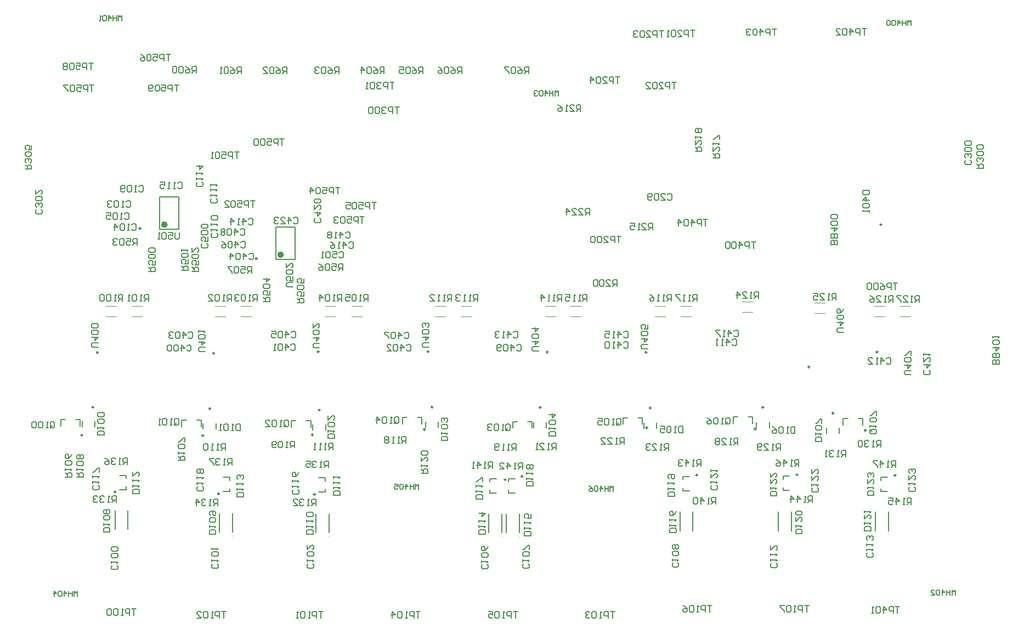
<source format=gbr>
%TF.GenerationSoftware,Altium Limited,Altium Designer,23.11.1 (41)*%
G04 Layer_Color=65535*
%FSLAX45Y45*%
%MOMM*%
%TF.SameCoordinates,42F4153E-1698-40C0-8701-72EE62771F10*%
%TF.FilePolarity,Positive*%
%TF.FileFunction,Legend,Bot*%
%TF.Part,Single*%
G01*
G75*
%TA.AperFunction,NonConductor*%
%ADD101C,0.25000*%
%ADD104C,0.50000*%
%ADD105C,0.10000*%
%ADD106C,0.20000*%
D101*
X14262500Y6611500D02*
G03*
X14262500Y6611500I-12500J0D01*
G01*
X8722500Y2725000D02*
G03*
X8722500Y2725000I-12500J0D01*
G01*
X2827190Y6552501D02*
G03*
X2827190Y6552501I-12500J0D01*
G01*
X4622190Y6087500D02*
G03*
X4622190Y6087500I-12500J0D01*
G01*
X13152499Y4414000D02*
G03*
X13152499Y4414000I-12500J0D01*
G01*
X14202499Y4644000D02*
G03*
X14202499Y4644000I-12500J0D01*
G01*
X10637500Y4640000D02*
G03*
X10637500Y4640000I-12500J0D01*
G01*
X9112500Y4644000D02*
G03*
X9112500Y4644000I-12500J0D01*
G01*
X5577500Y4650000D02*
G03*
X5577500Y4650000I-12500J0D01*
G01*
X3962500Y4624000D02*
G03*
X3962500Y4624000I-12500J0D01*
G01*
X2167500Y4635000D02*
G03*
X2167500Y4635000I-12500J0D01*
G01*
X13522501Y3700000D02*
G03*
X13522501Y3700000I-12500J0D01*
G01*
X14022501Y3435000D02*
G03*
X14022501Y3435000I-12500J0D01*
G01*
X14482500Y2740000D02*
G03*
X14482500Y2740000I-12500J0D01*
G01*
X12967500Y2750000D02*
G03*
X12967500Y2750000I-12500J0D01*
G01*
X12442500Y3790000D02*
G03*
X12442500Y3790000I-12500J0D01*
G01*
X12322500Y3455000D02*
G03*
X12322500Y3455000I-12500J0D01*
G01*
X11422500Y2745000D02*
G03*
X11422500Y2745000I-12500J0D01*
G01*
X10647500Y3475000D02*
G03*
X10647500Y3475000I-12500J0D01*
G01*
X8462500Y2675000D02*
G03*
X8462500Y2675000I-12500J0D01*
G01*
X7272500Y4650000D02*
G03*
X7272500Y4650000I-12500J0D01*
G01*
X7217500Y3450000D02*
G03*
X7217500Y3450000I-12500J0D01*
G01*
X5487500Y3365000D02*
G03*
X5487500Y3365000I-12500J0D01*
G01*
X5592500Y3750000D02*
G03*
X5592500Y3750000I-12500J0D01*
G01*
X5518500Y2445000D02*
G03*
X5518500Y2445000I-12500J0D01*
G01*
X3902500Y3770000D02*
G03*
X3902500Y3770000I-12500J0D01*
G01*
X3797500Y3355000D02*
G03*
X3797500Y3355000I-12500J0D01*
G01*
X2440500Y2485000D02*
G03*
X2440500Y2485000I-12500J0D01*
G01*
X2097500Y3790000D02*
G03*
X2097500Y3790000I-12500J0D01*
G01*
X1927500Y3360000D02*
G03*
X1927500Y3360000I-12500J0D01*
G01*
X4040500Y2455000D02*
G03*
X4040500Y2455000I-12500J0D01*
G01*
X7335001Y3795000D02*
G03*
X7335001Y3795000I-12500J0D01*
G01*
X10702500Y3780000D02*
G03*
X10702500Y3780000I-12500J0D01*
G01*
X9002500Y3790000D02*
G03*
X9002500Y3790000I-12500J0D01*
G01*
D104*
X3215233Y6610001D02*
G03*
X3215233Y6610001I-25000J0D01*
G01*
X5010234Y6145000D02*
G03*
X5010234Y6145000I-25000J0D01*
G01*
D105*
X14375000Y1825000D02*
G03*
X14375000Y1825000I-5000J0D01*
G01*
X12875000D02*
G03*
X12875000Y1825000I-5000J0D01*
G01*
X11355000D02*
G03*
X11355000Y1825000I-5000J0D01*
G01*
X8675000Y1795000D02*
G03*
X8675000Y1795000I-5000J0D01*
G01*
X8405021Y1795004D02*
G03*
X8405021Y1795004I-5000J0D01*
G01*
X2635000Y1845000D02*
G03*
X2635000Y1845000I-5000J0D01*
G01*
X5735000Y1795000D02*
G03*
X5735000Y1795000I-5000J0D01*
G01*
X4245000Y1805000D02*
G03*
X4245000Y1805000I-5000J0D01*
G01*
X14150000Y5350000D02*
X14310001D01*
X14150000Y5190000D02*
X14310001D01*
X14550000D02*
X14710001D01*
X14550000Y5350000D02*
X14710001D01*
X13230000Y5240000D02*
X13389999D01*
X13230000Y5400000D02*
X13389999D01*
X12110000Y5420000D02*
X12270000D01*
X12110000Y5260000D02*
X12270000D01*
X10760000Y5190000D02*
X10920000D01*
X10760000Y5350000D02*
X10920000D01*
X11160000D02*
X11320000D01*
X11160000Y5190000D02*
X11320000D01*
X9070000D02*
X9230000D01*
X9070000Y5350000D02*
X9230000D01*
X9460000D02*
X9620000D01*
X9460000Y5190000D02*
X9620000D01*
X7770000Y5350000D02*
X7930000D01*
X7770000Y5190000D02*
X7930000D01*
X7370000D02*
X7530000D01*
X7370000Y5350000D02*
X7530000D01*
X5670000Y5190000D02*
X5830000D01*
X5670000Y5350000D02*
X5830000D01*
X6080000D02*
X6240000D01*
X6080000Y5190000D02*
X6240000D01*
X3970000D02*
X4130000D01*
X3970000Y5350000D02*
X4130000D01*
X4370000D02*
X4530000D01*
X4370000Y5190000D02*
X4530000D01*
X2290000D02*
X2450000D01*
X2290000Y5350000D02*
X2450000D01*
X2690000D02*
X2850000D01*
X2690000Y5190000D02*
X2850000D01*
D106*
X3115233Y6535001D02*
X3414767D01*
Y7035001D01*
X3115233D02*
X3414767D01*
X3115233Y6535001D02*
Y7035001D01*
X4910234Y6070000D02*
X5209767D01*
Y6570000D01*
X4910234D02*
X5209767D01*
X4910234Y6070000D02*
Y6570000D01*
X13410001Y3387500D02*
Y3472500D01*
X13610001Y3387500D02*
Y3472500D01*
X13670000Y3620000D02*
X13739999D01*
X13670000Y3520000D02*
Y3620000D01*
X13900000D02*
X13970000D01*
Y3520000D02*
Y3620000D01*
X14252499Y2490000D02*
Y2535000D01*
Y2490000D02*
X14352499D01*
X14252499Y2665000D02*
Y2710000D01*
X14352499D01*
X14370000Y1885000D02*
Y2175000D01*
X14170000Y1885000D02*
Y2175000D01*
X12740500Y2505000D02*
Y2550000D01*
Y2505000D02*
X12840500D01*
X12740500Y2680000D02*
Y2725000D01*
X12840500D01*
X12870000Y1885000D02*
Y2175000D01*
X12670000Y1885000D02*
Y2175000D01*
X12330000Y3477500D02*
Y3562500D01*
X12530000Y3477500D02*
Y3562500D01*
X11970000Y3640000D02*
X12040000D01*
X11970000Y3540000D02*
Y3640000D01*
X12200000D02*
X12270000D01*
Y3540000D02*
Y3640000D01*
X11192500Y2500000D02*
Y2545000D01*
Y2500000D02*
X11292500D01*
X11192500Y2675000D02*
Y2720000D01*
X11292500D01*
X11350000Y1885000D02*
Y2175000D01*
X11150000Y1885000D02*
Y2175000D01*
X10270000Y3630000D02*
X10340000D01*
X10270000Y3530000D02*
Y3630000D01*
X10500000D02*
X10570000D01*
Y3530000D02*
Y3630000D01*
X8570000Y3570000D02*
X8640000D01*
X8570000Y3470000D02*
Y3570000D01*
X8800000D02*
X8870000D01*
Y3470000D02*
Y3570000D01*
X8502500Y2470000D02*
Y2515000D01*
Y2470000D02*
X8602500D01*
X8502500Y2645000D02*
Y2690000D01*
X8602500D01*
X8212500Y2470000D02*
Y2515000D01*
Y2470000D02*
X8312500D01*
X8212500Y2645000D02*
Y2690000D01*
X8312500D01*
X8670000Y1855000D02*
Y2145000D01*
X8470000Y1855000D02*
Y2145000D01*
X8400021Y1855004D02*
Y2145004D01*
X8200020Y1855004D02*
Y2145004D01*
X6865000Y3635000D02*
X6935000D01*
X6865000Y3535000D02*
Y3635000D01*
X7095000D02*
X7165000D01*
Y3535000D02*
Y3635000D01*
X5150000Y3580000D02*
X5220000D01*
X5150000Y3480000D02*
Y3580000D01*
X5380000D02*
X5450000D01*
Y3480000D02*
Y3580000D01*
X5480000Y3437500D02*
Y3522500D01*
X5680000Y3437500D02*
Y3522500D01*
X5675500Y2655000D02*
Y2700000D01*
X5575500D02*
X5675500D01*
Y2480000D02*
Y2525000D01*
X5575500Y2480000D02*
X5675500D01*
X3790000Y3457500D02*
Y3542500D01*
X3990000Y3457500D02*
Y3542500D01*
X3460000Y3590000D02*
X3530000D01*
X3460000Y3490000D02*
Y3590000D01*
X3690000D02*
X3760000D01*
Y3490000D02*
Y3590000D01*
X2597500Y2695000D02*
Y2740000D01*
X2497500D02*
X2597500D01*
Y2520000D02*
Y2565000D01*
X2497500Y2520000D02*
X2597500D01*
X2630000Y1905000D02*
Y2195000D01*
X2430000Y1905000D02*
Y2195000D01*
X1920000Y3492500D02*
Y3577500D01*
X2120000Y3492500D02*
Y3577500D01*
X1590000Y3600000D02*
X1660000D01*
X1590000Y3500000D02*
Y3600000D01*
X1820000D02*
X1890000D01*
Y3500000D02*
Y3600000D01*
X4197500Y2665000D02*
Y2710000D01*
X4097500D02*
X4197500D01*
Y2490000D02*
Y2535000D01*
X4097500Y2490000D02*
X4197500D01*
X5730000Y1855000D02*
Y2145000D01*
X5530000Y1855000D02*
Y2145000D01*
X4240000Y1865000D02*
Y2155000D01*
X4040000Y1865000D02*
Y2155000D01*
X7422501Y3482500D02*
Y3567500D01*
X7222501Y3482500D02*
Y3567500D01*
X10790000Y3467500D02*
Y3552500D01*
X10590000Y3467500D02*
Y3552500D01*
X9090000Y3477500D02*
Y3562500D01*
X8890000Y3477500D02*
Y3562500D01*
X10121606Y2495013D02*
Y2574987D01*
X10094948Y2548329D01*
X10068290Y2574987D01*
Y2495013D01*
X10041632Y2574987D02*
Y2495013D01*
Y2535000D01*
X9988316D01*
Y2574987D01*
Y2495013D01*
X9921671D02*
Y2574987D01*
X9961658Y2535000D01*
X9908342D01*
X9881684Y2561658D02*
X9868355Y2574987D01*
X9841697D01*
X9828368Y2561658D01*
Y2508342D01*
X9841697Y2495013D01*
X9868355D01*
X9881684Y2508342D01*
Y2561658D01*
X9748394Y2574987D02*
X9775052Y2561658D01*
X9801710Y2535000D01*
Y2508342D01*
X9788380Y2495013D01*
X9761722D01*
X9748394Y2508342D01*
Y2521671D01*
X9761722Y2535000D01*
X9801710D01*
X7116607Y2525013D02*
Y2604987D01*
X7089948Y2578329D01*
X7063290Y2604987D01*
Y2525013D01*
X7036632Y2604987D02*
Y2525013D01*
Y2565000D01*
X6983316D01*
Y2604987D01*
Y2525013D01*
X6916671D02*
Y2604987D01*
X6956658Y2565000D01*
X6903342D01*
X6876684Y2591658D02*
X6863355Y2604987D01*
X6836697D01*
X6823368Y2591658D01*
Y2538342D01*
X6836697Y2525013D01*
X6863355D01*
X6876684Y2538342D01*
Y2591658D01*
X6743394Y2604987D02*
X6796710D01*
Y2565000D01*
X6770052Y2578329D01*
X6756723D01*
X6743394Y2565000D01*
Y2538342D01*
X6756723Y2525013D01*
X6783381D01*
X6796710Y2538342D01*
X1848096Y873126D02*
Y953100D01*
X1821438Y926442D01*
X1794779Y953100D01*
Y873126D01*
X1768121Y953100D02*
Y873126D01*
Y913113D01*
X1714805D01*
Y953100D01*
Y873126D01*
X1648160D02*
Y953100D01*
X1688147Y913113D01*
X1634831D01*
X1608173Y939771D02*
X1594844Y953100D01*
X1568186D01*
X1554857Y939771D01*
Y886455D01*
X1568186Y873126D01*
X1594844D01*
X1608173Y886455D01*
Y939771D01*
X1488212Y873126D02*
Y953100D01*
X1528199Y913113D01*
X1474883D01*
X9271607Y8600013D02*
Y8679987D01*
X9244948Y8653329D01*
X9218290Y8679987D01*
Y8600013D01*
X9191632Y8679987D02*
Y8600013D01*
Y8640000D01*
X9138316D01*
Y8679987D01*
Y8600013D01*
X9071671D02*
Y8679987D01*
X9111658Y8640000D01*
X9058342D01*
X9031684Y8666658D02*
X9018355Y8679987D01*
X8991697D01*
X8978368Y8666658D01*
Y8613342D01*
X8991697Y8600013D01*
X9018355D01*
X9031684Y8613342D01*
Y8666658D01*
X8951710D02*
X8938381Y8679987D01*
X8911723D01*
X8898394Y8666658D01*
Y8653329D01*
X8911723Y8640000D01*
X8925052D01*
X8911723D01*
X8898394Y8626671D01*
Y8613342D01*
X8911723Y8600013D01*
X8938381D01*
X8951710Y8613342D01*
X15400990Y889890D02*
Y969864D01*
X15374332Y943206D01*
X15347675Y969864D01*
Y889890D01*
X15321016Y969864D02*
Y889890D01*
Y929877D01*
X15267700D01*
Y969864D01*
Y889890D01*
X15201054D02*
Y969864D01*
X15241042Y929877D01*
X15187726D01*
X15161067Y956535D02*
X15147739Y969864D01*
X15121080D01*
X15107751Y956535D01*
Y903219D01*
X15121080Y889890D01*
X15147739D01*
X15161067Y903219D01*
Y956535D01*
X15027777Y889890D02*
X15081093D01*
X15027777Y943206D01*
Y956535D01*
X15041106Y969864D01*
X15067764D01*
X15081093Y956535D01*
X2533277Y9760013D02*
Y9839987D01*
X2506619Y9813329D01*
X2479961Y9839987D01*
Y9760013D01*
X2453303Y9839987D02*
Y9760013D01*
Y9800000D01*
X2399987D01*
Y9839987D01*
Y9760013D01*
X2333342D02*
Y9839987D01*
X2373329Y9800000D01*
X2320013D01*
X2293355Y9826658D02*
X2280026Y9839987D01*
X2253368D01*
X2240039Y9826658D01*
Y9773342D01*
X2253368Y9760013D01*
X2280026D01*
X2293355Y9773342D01*
Y9826658D01*
X2213381Y9760013D02*
X2186723D01*
X2200051D01*
Y9839987D01*
X2213381Y9826658D01*
X14716606Y9685013D02*
Y9764987D01*
X14689948Y9738329D01*
X14663290Y9764987D01*
Y9685013D01*
X14636632Y9764987D02*
Y9685013D01*
Y9725000D01*
X14583316D01*
Y9764987D01*
Y9685013D01*
X14516672D02*
Y9764987D01*
X14556657Y9725000D01*
X14503342D01*
X14476685Y9751658D02*
X14463354Y9764987D01*
X14436697D01*
X14423367Y9751658D01*
Y9698342D01*
X14436697Y9685013D01*
X14463354D01*
X14476685Y9698342D01*
Y9751658D01*
X14396710D02*
X14383380Y9764987D01*
X14356721D01*
X14343393Y9751658D01*
Y9698342D01*
X14356721Y9685013D01*
X14383380D01*
X14396710Y9698342D01*
Y9751658D01*
X3413326Y8768683D02*
X3346681D01*
X3380003D01*
Y8668715D01*
X3313358D02*
Y8768683D01*
X3263374D01*
X3246713Y8752022D01*
Y8718699D01*
X3263374Y8702038D01*
X3313358D01*
X3146745Y8768683D02*
X3213390D01*
Y8718699D01*
X3180068Y8735360D01*
X3163406D01*
X3146745Y8718699D01*
Y8685377D01*
X3163406Y8668715D01*
X3196729D01*
X3213390Y8685377D01*
X3113422Y8752022D02*
X3096761Y8768683D01*
X3063438D01*
X3046777Y8752022D01*
Y8685377D01*
X3063438Y8668715D01*
X3096761D01*
X3113422Y8685377D01*
Y8752022D01*
X3013454Y8685377D02*
X2996793Y8668715D01*
X2963471D01*
X2946809Y8685377D01*
Y8752022D01*
X2963471Y8768683D01*
X2996793D01*
X3013454Y8752022D01*
Y8735360D01*
X2996793Y8718699D01*
X2946809D01*
X2093252Y9101434D02*
X2026607D01*
X2059930D01*
Y9001466D01*
X1993284D02*
Y9101434D01*
X1943300D01*
X1926639Y9084773D01*
Y9051450D01*
X1943300Y9034789D01*
X1993284D01*
X1826671Y9101434D02*
X1893317D01*
Y9051450D01*
X1859994Y9068111D01*
X1843333D01*
X1826671Y9051450D01*
Y9018128D01*
X1843333Y9001466D01*
X1876655D01*
X1893317Y9018128D01*
X1793349Y9084773D02*
X1776687Y9101434D01*
X1743365D01*
X1726704Y9084773D01*
Y9018128D01*
X1743365Y9001466D01*
X1776687D01*
X1793349Y9018128D01*
Y9084773D01*
X1693381D02*
X1676720Y9101434D01*
X1643397D01*
X1626736Y9084773D01*
Y9068111D01*
X1643397Y9051450D01*
X1626736Y9034789D01*
Y9018128D01*
X1643397Y9001466D01*
X1676720D01*
X1693381Y9018128D01*
Y9034789D01*
X1676720Y9051450D01*
X1693381Y9068111D01*
Y9084773D01*
X1676720Y9051450D02*
X1643397D01*
X2104187Y8762433D02*
X2037542D01*
X2070865D01*
Y8662466D01*
X2004220D02*
Y8762433D01*
X1954236D01*
X1937574Y8745772D01*
Y8712449D01*
X1954236Y8695788D01*
X2004220D01*
X1837607Y8762433D02*
X1904252D01*
Y8712449D01*
X1870929Y8729111D01*
X1854268D01*
X1837607Y8712449D01*
Y8679127D01*
X1854268Y8662466D01*
X1887590D01*
X1904252Y8679127D01*
X1804284Y8745772D02*
X1787623Y8762433D01*
X1754300D01*
X1737639Y8745772D01*
Y8679127D01*
X1754300Y8662466D01*
X1787623D01*
X1804284Y8679127D01*
Y8745772D01*
X1704316Y8762433D02*
X1637671D01*
Y8745772D01*
X1704316Y8679127D01*
Y8662466D01*
X3285224Y9240472D02*
X3218579D01*
X3251902D01*
Y9140504D01*
X3185257D02*
Y9240472D01*
X3135273D01*
X3118611Y9223810D01*
Y9190488D01*
X3135273Y9173826D01*
X3185257D01*
X3018644Y9240472D02*
X3085289D01*
Y9190488D01*
X3051966Y9207149D01*
X3035305D01*
X3018644Y9190488D01*
Y9157165D01*
X3035305Y9140504D01*
X3068627D01*
X3085289Y9157165D01*
X2985321Y9223810D02*
X2968660Y9240472D01*
X2935337D01*
X2918676Y9223810D01*
Y9157165D01*
X2935337Y9140504D01*
X2968660D01*
X2985321Y9157165D01*
Y9223810D01*
X2818708Y9240472D02*
X2852031Y9223810D01*
X2885353Y9190488D01*
Y9157165D01*
X2868692Y9140504D01*
X2835369D01*
X2818708Y9157165D01*
Y9173826D01*
X2835369Y9190488D01*
X2885353D01*
X6459669Y6951375D02*
X6393024D01*
X6426347D01*
Y6851407D01*
X6359701D02*
Y6951375D01*
X6309717D01*
X6293056Y6934714D01*
Y6901391D01*
X6309717Y6884730D01*
X6359701D01*
X6193088Y6951375D02*
X6259733D01*
Y6901391D01*
X6226411Y6918052D01*
X6209750D01*
X6193088Y6901391D01*
Y6868069D01*
X6209750Y6851407D01*
X6243072D01*
X6259733Y6868069D01*
X6159766Y6934714D02*
X6143104Y6951375D01*
X6109782D01*
X6093121Y6934714D01*
Y6868069D01*
X6109782Y6851407D01*
X6143104D01*
X6159766Y6868069D01*
Y6934714D01*
X5993153Y6951375D02*
X6059798D01*
Y6901391D01*
X6026475Y6918052D01*
X6009814D01*
X5993153Y6901391D01*
Y6868069D01*
X6009814Y6851407D01*
X6043137D01*
X6059798Y6868069D01*
X14508258Y5704984D02*
X14441612D01*
X14474934D01*
Y5605016D01*
X14408290D02*
Y5704984D01*
X14358305D01*
X14341644Y5688323D01*
Y5655000D01*
X14358305Y5638339D01*
X14408290D01*
X14241676Y5704984D02*
X14275000Y5688323D01*
X14308322Y5655000D01*
Y5621678D01*
X14291661Y5605016D01*
X14258339D01*
X14241676Y5621678D01*
Y5638339D01*
X14258339Y5655000D01*
X14308322D01*
X14208356Y5688323D02*
X14191693Y5704984D01*
X14158371D01*
X14141710Y5688323D01*
Y5621678D01*
X14158371Y5605016D01*
X14191693D01*
X14208356Y5621678D01*
Y5688323D01*
X14108388D02*
X14091725Y5704984D01*
X14058403D01*
X14041742Y5688323D01*
Y5621678D01*
X14058403Y5605016D01*
X14091725D01*
X14108388Y5621678D01*
Y5688323D01*
X5898258Y7184984D02*
X5831613D01*
X5864936D01*
Y7085016D01*
X5798290D02*
Y7184984D01*
X5748307D01*
X5731645Y7168322D01*
Y7135000D01*
X5748307Y7118339D01*
X5798290D01*
X5631678Y7184984D02*
X5698323D01*
Y7135000D01*
X5665000Y7151661D01*
X5648339D01*
X5631678Y7135000D01*
Y7101677D01*
X5648339Y7085016D01*
X5681661D01*
X5698323Y7101677D01*
X5598355Y7168322D02*
X5581693Y7184984D01*
X5548371D01*
X5531710Y7168322D01*
Y7101677D01*
X5548371Y7085016D01*
X5581693D01*
X5598355Y7101677D01*
Y7168322D01*
X5448403Y7085016D02*
Y7184984D01*
X5498387Y7135000D01*
X5431742D01*
X6278258Y6734984D02*
X6211613D01*
X6244936D01*
Y6635016D01*
X6178290D02*
Y6734984D01*
X6128307D01*
X6111645Y6718323D01*
Y6685000D01*
X6128307Y6668339D01*
X6178290D01*
X6011678Y6734984D02*
X6078323D01*
Y6685000D01*
X6045000Y6701661D01*
X6028339D01*
X6011678Y6685000D01*
Y6651678D01*
X6028339Y6635016D01*
X6061661D01*
X6078323Y6651678D01*
X5978355Y6718323D02*
X5961693Y6734984D01*
X5928371D01*
X5911710Y6718323D01*
Y6651678D01*
X5928371Y6635016D01*
X5961693D01*
X5978355Y6651678D01*
Y6718323D01*
X5878387D02*
X5861726Y6734984D01*
X5828403D01*
X5811742Y6718323D01*
Y6701661D01*
X5828403Y6685000D01*
X5845065D01*
X5828403D01*
X5811742Y6668339D01*
Y6651678D01*
X5828403Y6635016D01*
X5861726D01*
X5878387Y6651678D01*
X4588258Y6974984D02*
X4521613D01*
X4554936D01*
Y6875016D01*
X4488290D02*
Y6974984D01*
X4438306D01*
X4421645Y6958323D01*
Y6925000D01*
X4438306Y6908339D01*
X4488290D01*
X4321677Y6974984D02*
X4388322D01*
Y6925000D01*
X4355000Y6941661D01*
X4338339D01*
X4321677Y6925000D01*
Y6891678D01*
X4338339Y6875016D01*
X4371661D01*
X4388322Y6891678D01*
X4288355Y6958323D02*
X4271693Y6974984D01*
X4238371D01*
X4221710Y6958323D01*
Y6891678D01*
X4238371Y6875016D01*
X4271693D01*
X4288355Y6891678D01*
Y6958323D01*
X4121742Y6875016D02*
X4188387D01*
X4121742Y6941661D01*
Y6958323D01*
X4138403Y6974984D01*
X4171725D01*
X4188387Y6958323D01*
X4343400Y7732668D02*
X4276755D01*
X4310077D01*
Y7632700D01*
X4243432D02*
Y7732668D01*
X4193448D01*
X4176787Y7716006D01*
Y7682684D01*
X4193448Y7666023D01*
X4243432D01*
X4076819Y7732668D02*
X4143464D01*
Y7682684D01*
X4110142Y7699345D01*
X4093481D01*
X4076819Y7682684D01*
Y7649361D01*
X4093481Y7632700D01*
X4126803D01*
X4143464Y7649361D01*
X4043497Y7716006D02*
X4026835Y7732668D01*
X3993513D01*
X3976852Y7716006D01*
Y7649361D01*
X3993513Y7632700D01*
X4026835D01*
X4043497Y7649361D01*
Y7716006D01*
X3943529Y7632700D02*
X3910206D01*
X3926867D01*
Y7732668D01*
X3943529Y7716006D01*
X5041900Y7933328D02*
X4975255D01*
X5008577D01*
Y7833360D01*
X4941932D02*
Y7933328D01*
X4891948D01*
X4875287Y7916666D01*
Y7883344D01*
X4891948Y7866683D01*
X4941932D01*
X4775319Y7933328D02*
X4841964D01*
Y7883344D01*
X4808642Y7900005D01*
X4791981D01*
X4775319Y7883344D01*
Y7850021D01*
X4791981Y7833360D01*
X4825303D01*
X4841964Y7850021D01*
X4741997Y7916666D02*
X4725335Y7933328D01*
X4692013D01*
X4675352Y7916666D01*
Y7850021D01*
X4692013Y7833360D01*
X4725335D01*
X4741997Y7850021D01*
Y7916666D01*
X4642029D02*
X4625367Y7933328D01*
X4592045D01*
X4575384Y7916666D01*
Y7850021D01*
X4592045Y7833360D01*
X4625367D01*
X4642029Y7850021D01*
Y7916666D01*
X11578258Y6689984D02*
X11511613D01*
X11544936D01*
Y6590016D01*
X11478290D02*
Y6689984D01*
X11428306D01*
X11411645Y6673322D01*
Y6640000D01*
X11428306Y6623339D01*
X11478290D01*
X11328339Y6590016D02*
Y6689984D01*
X11378322Y6640000D01*
X11311677D01*
X11278355Y6673322D02*
X11261693Y6689984D01*
X11228371D01*
X11211710Y6673322D01*
Y6606677D01*
X11228371Y6590016D01*
X11261693D01*
X11278355Y6606677D01*
Y6673322D01*
X11128403Y6590016D02*
Y6689984D01*
X11178387Y6640000D01*
X11111742D01*
X12641580Y9632588D02*
X12574935D01*
X12608257D01*
Y9532620D01*
X12541612D02*
Y9632588D01*
X12491628D01*
X12474967Y9615926D01*
Y9582604D01*
X12491628Y9565943D01*
X12541612D01*
X12391661Y9532620D02*
Y9632588D01*
X12441644Y9582604D01*
X12374999D01*
X12341677Y9615926D02*
X12325015Y9632588D01*
X12291693D01*
X12275032Y9615926D01*
Y9549281D01*
X12291693Y9532620D01*
X12325015D01*
X12341677Y9549281D01*
Y9615926D01*
X12241709D02*
X12225047Y9632588D01*
X12191725D01*
X12175064Y9615926D01*
Y9599265D01*
X12191725Y9582604D01*
X12208386D01*
X12191725D01*
X12175064Y9565943D01*
Y9549281D01*
X12191725Y9532620D01*
X12225047D01*
X12241709Y9549281D01*
X14028258Y9634984D02*
X13961613D01*
X13994936D01*
Y9535016D01*
X13928290D02*
Y9634984D01*
X13878307D01*
X13861646Y9618322D01*
Y9585000D01*
X13878307Y9568338D01*
X13928290D01*
X13778339Y9535016D02*
Y9634984D01*
X13828323Y9585000D01*
X13761678D01*
X13728355Y9618322D02*
X13711693Y9634984D01*
X13678371D01*
X13661710Y9618322D01*
Y9551677D01*
X13678371Y9535016D01*
X13711693D01*
X13728355Y9551677D01*
Y9618322D01*
X13561742Y9535016D02*
X13628387D01*
X13561742Y9601661D01*
Y9618322D01*
X13578403Y9634984D01*
X13611726D01*
X13628387Y9618322D01*
X14541597Y709984D02*
X14474953D01*
X14508273D01*
Y610016D01*
X14441629D02*
Y709984D01*
X14391644D01*
X14374985Y693322D01*
Y660000D01*
X14391644Y643339D01*
X14441629D01*
X14291676Y610016D02*
Y709984D01*
X14341661Y660000D01*
X14275015D01*
X14241693Y693322D02*
X14225032Y709984D01*
X14191708D01*
X14175047Y693322D01*
Y626677D01*
X14191708Y610016D01*
X14225032D01*
X14241693Y626677D01*
Y693322D01*
X14141727Y610016D02*
X14108403D01*
X14125064D01*
Y709984D01*
X14141727Y693322D01*
X12318258Y6339984D02*
X12251613D01*
X12284936D01*
Y6240016D01*
X12218290D02*
Y6339984D01*
X12168306D01*
X12151645Y6323323D01*
Y6290000D01*
X12168306Y6273339D01*
X12218290D01*
X12068339Y6240016D02*
Y6339984D01*
X12118322Y6290000D01*
X12051677D01*
X12018355Y6323323D02*
X12001693Y6339984D01*
X11968371D01*
X11951710Y6323323D01*
Y6256678D01*
X11968371Y6240016D01*
X12001693D01*
X12018355Y6256678D01*
Y6323323D01*
X11918387D02*
X11901725Y6339984D01*
X11868403D01*
X11851742Y6323323D01*
Y6256678D01*
X11868403Y6240016D01*
X11901725D01*
X11918387Y6256678D01*
Y6323323D01*
X6736597Y8809984D02*
X6669952D01*
X6703274D01*
Y8710016D01*
X6636629D02*
Y8809984D01*
X6586645D01*
X6569984Y8793323D01*
Y8760000D01*
X6586645Y8743339D01*
X6636629D01*
X6536661Y8793323D02*
X6520000Y8809984D01*
X6486677D01*
X6470016Y8793323D01*
Y8776661D01*
X6486677Y8760000D01*
X6503339D01*
X6486677D01*
X6470016Y8743339D01*
Y8726677D01*
X6486677Y8710016D01*
X6520000D01*
X6536661Y8726677D01*
X6436693Y8793323D02*
X6420032Y8809984D01*
X6386709D01*
X6370048Y8793323D01*
Y8726677D01*
X6386709Y8710016D01*
X6420032D01*
X6436693Y8726677D01*
Y8793323D01*
X6336725Y8710016D02*
X6303403D01*
X6320064D01*
Y8809984D01*
X6336725Y8793323D01*
X6813258Y8424984D02*
X6746613D01*
X6779936D01*
Y8325016D01*
X6713290D02*
Y8424984D01*
X6663306D01*
X6646645Y8408323D01*
Y8375000D01*
X6663306Y8358339D01*
X6713290D01*
X6613323Y8408323D02*
X6596661Y8424984D01*
X6563339D01*
X6546678Y8408323D01*
Y8391661D01*
X6563339Y8375000D01*
X6580000D01*
X6563339D01*
X6546678Y8358339D01*
Y8341678D01*
X6563339Y8325016D01*
X6596661D01*
X6613323Y8341678D01*
X6513355Y8408323D02*
X6496693Y8424984D01*
X6463371D01*
X6446710Y8408323D01*
Y8341678D01*
X6463371Y8325016D01*
X6496693D01*
X6513355Y8341678D01*
Y8408323D01*
X6413387D02*
X6396726Y8424984D01*
X6363403D01*
X6346742Y8408323D01*
Y8341678D01*
X6363403Y8325016D01*
X6396726D01*
X6413387Y8341678D01*
Y8408323D01*
X10223258Y8889984D02*
X10156613D01*
X10189936D01*
Y8790016D01*
X10123290D02*
Y8889984D01*
X10073306D01*
X10056645Y8873323D01*
Y8840000D01*
X10073306Y8823339D01*
X10123290D01*
X9956678Y8790016D02*
X10023323D01*
X9956678Y8856661D01*
Y8873323D01*
X9973339Y8889984D01*
X10006661D01*
X10023323Y8873323D01*
X9923355D02*
X9906693Y8889984D01*
X9873371D01*
X9856710Y8873323D01*
Y8806678D01*
X9873371Y8790016D01*
X9906693D01*
X9923355Y8806678D01*
Y8873323D01*
X9773403Y8790016D02*
Y8889984D01*
X9823387Y8840000D01*
X9756742D01*
X10898258Y9604984D02*
X10831613D01*
X10864936D01*
Y9505016D01*
X10798290D02*
Y9604984D01*
X10748306D01*
X10731645Y9588322D01*
Y9555000D01*
X10748306Y9538339D01*
X10798290D01*
X10631677Y9505016D02*
X10698323D01*
X10631677Y9571661D01*
Y9588322D01*
X10648339Y9604984D01*
X10681661D01*
X10698323Y9588322D01*
X10598355D02*
X10581693Y9604984D01*
X10548371D01*
X10531710Y9588322D01*
Y9521677D01*
X10548371Y9505016D01*
X10581693D01*
X10598355Y9521677D01*
Y9588322D01*
X10498387D02*
X10481726Y9604984D01*
X10448403D01*
X10431742Y9588322D01*
Y9571661D01*
X10448403Y9555000D01*
X10465064D01*
X10448403D01*
X10431742Y9538339D01*
Y9521677D01*
X10448403Y9505016D01*
X10481726D01*
X10498387Y9521677D01*
X11093258Y8809984D02*
X11026613D01*
X11059936D01*
Y8710016D01*
X10993290D02*
Y8809984D01*
X10943307D01*
X10926645Y8793323D01*
Y8760000D01*
X10943307Y8743339D01*
X10993290D01*
X10826678Y8710016D02*
X10893323D01*
X10826678Y8776661D01*
Y8793323D01*
X10843339Y8809984D01*
X10876661D01*
X10893323Y8793323D01*
X10793355D02*
X10776693Y8809984D01*
X10743371D01*
X10726710Y8793323D01*
Y8726677D01*
X10743371Y8710016D01*
X10776693D01*
X10793355Y8726677D01*
Y8793323D01*
X10626742Y8710016D02*
X10693387D01*
X10626742Y8776661D01*
Y8793323D01*
X10643403Y8809984D01*
X10676726D01*
X10693387Y8793323D01*
X11381597Y9609984D02*
X11314952D01*
X11348274D01*
Y9510016D01*
X11281629D02*
Y9609984D01*
X11231645D01*
X11214984Y9593322D01*
Y9560000D01*
X11231645Y9543339D01*
X11281629D01*
X11115016Y9510016D02*
X11181661D01*
X11115016Y9576661D01*
Y9593322D01*
X11131677Y9609984D01*
X11165000D01*
X11181661Y9593322D01*
X11081693D02*
X11065032Y9609984D01*
X11031709D01*
X11015048Y9593322D01*
Y9526677D01*
X11031709Y9510016D01*
X11065032D01*
X11081693Y9526677D01*
Y9593322D01*
X10981726Y9510016D02*
X10948403D01*
X10965064D01*
Y9609984D01*
X10981726Y9593322D01*
X10241280Y6432188D02*
X10174635D01*
X10207957D01*
Y6332220D01*
X10141312D02*
Y6432188D01*
X10091328D01*
X10074667Y6415526D01*
Y6382204D01*
X10091328Y6365543D01*
X10141312D01*
X9974699Y6332220D02*
X10041344D01*
X9974699Y6398865D01*
Y6415526D01*
X9991361Y6432188D01*
X10024683D01*
X10041344Y6415526D01*
X9941377D02*
X9924715Y6432188D01*
X9891393D01*
X9874732Y6415526D01*
Y6348881D01*
X9891393Y6332220D01*
X9924715D01*
X9941377Y6348881D01*
Y6415526D01*
X9841409D02*
X9824747Y6432188D01*
X9791425D01*
X9774764Y6415526D01*
Y6348881D01*
X9791425Y6332220D01*
X9824747D01*
X9841409Y6348881D01*
Y6415526D01*
X13141960Y732428D02*
X13075314D01*
X13108636D01*
Y632460D01*
X13041992D02*
Y732428D01*
X12992007D01*
X12975346Y715766D01*
Y682444D01*
X12992007Y665783D01*
X13041992D01*
X12942024Y632460D02*
X12908702D01*
X12925363D01*
Y732428D01*
X12942024Y715766D01*
X12858717D02*
X12842056Y732428D01*
X12808734D01*
X12792073Y715766D01*
Y649121D01*
X12808734Y632460D01*
X12842056D01*
X12858717Y649121D01*
Y715766D01*
X12758750Y732428D02*
X12692105D01*
Y715766D01*
X12758750Y649121D01*
Y632460D01*
X11643360Y732428D02*
X11576715D01*
X11610037D01*
Y632460D01*
X11543392D02*
Y732428D01*
X11493408D01*
X11476747Y715766D01*
Y682444D01*
X11493408Y665783D01*
X11543392D01*
X11443424Y632460D02*
X11410102D01*
X11426763D01*
Y732428D01*
X11443424Y715766D01*
X11360118D02*
X11343457Y732428D01*
X11310134D01*
X11293473Y715766D01*
Y649121D01*
X11310134Y632460D01*
X11343457D01*
X11360118Y649121D01*
Y715766D01*
X11193505Y732428D02*
X11226828Y715766D01*
X11260150Y682444D01*
Y649121D01*
X11243489Y632460D01*
X11210166D01*
X11193505Y649121D01*
Y665783D01*
X11210166Y682444D01*
X11260150D01*
X8643620Y633368D02*
X8576975D01*
X8610297D01*
Y533400D01*
X8543652D02*
Y633368D01*
X8493668D01*
X8477007Y616706D01*
Y583384D01*
X8493668Y566723D01*
X8543652D01*
X8443684Y533400D02*
X8410362D01*
X8427023D01*
Y633368D01*
X8443684Y616706D01*
X8360378D02*
X8343717Y633368D01*
X8310394D01*
X8293733Y616706D01*
Y550061D01*
X8310394Y533400D01*
X8343717D01*
X8360378Y550061D01*
Y616706D01*
X8193765Y633368D02*
X8260410D01*
Y583384D01*
X8227088Y600045D01*
X8210426D01*
X8193765Y583384D01*
Y550061D01*
X8210426Y533400D01*
X8243749D01*
X8260410Y550061D01*
X7142480Y633368D02*
X7075835D01*
X7109157D01*
Y533400D01*
X7042512D02*
Y633368D01*
X6992528D01*
X6975867Y616706D01*
Y583384D01*
X6992528Y566723D01*
X7042512D01*
X6942544Y533400D02*
X6909222D01*
X6925883D01*
Y633368D01*
X6942544Y616706D01*
X6859238D02*
X6842577Y633368D01*
X6809254D01*
X6792593Y616706D01*
Y550061D01*
X6809254Y533400D01*
X6842577D01*
X6859238Y550061D01*
Y616706D01*
X6709286Y533400D02*
Y633368D01*
X6759270Y583384D01*
X6692625D01*
X10142220Y633368D02*
X10075575D01*
X10108897D01*
Y533400D01*
X10042252D02*
Y633368D01*
X9992268D01*
X9975607Y616706D01*
Y583384D01*
X9992268Y566723D01*
X10042252D01*
X9942284Y533400D02*
X9908962D01*
X9925623D01*
Y633368D01*
X9942284Y616706D01*
X9858978D02*
X9842317Y633368D01*
X9808994D01*
X9792333Y616706D01*
Y550061D01*
X9808994Y533400D01*
X9842317D01*
X9858978Y550061D01*
Y616706D01*
X9759010D02*
X9742349Y633368D01*
X9709026D01*
X9692365Y616706D01*
Y600045D01*
X9709026Y583384D01*
X9725688D01*
X9709026D01*
X9692365Y566723D01*
Y550061D01*
X9709026Y533400D01*
X9742349D01*
X9759010Y550061D01*
X4142740Y633368D02*
X4076095D01*
X4109417D01*
Y533400D01*
X4042772D02*
Y633368D01*
X3992788D01*
X3976127Y616706D01*
Y583384D01*
X3992788Y566723D01*
X4042772D01*
X3942804Y533400D02*
X3909482D01*
X3926143D01*
Y633368D01*
X3942804Y616706D01*
X3859498D02*
X3842837Y633368D01*
X3809514D01*
X3792853Y616706D01*
Y550061D01*
X3809514Y533400D01*
X3842837D01*
X3859498Y550061D01*
Y616706D01*
X3692885Y533400D02*
X3759530D01*
X3692885Y600045D01*
Y616706D01*
X3709546Y633368D01*
X3742869D01*
X3759530Y616706D01*
X5641340Y633368D02*
X5574695D01*
X5608017D01*
Y533400D01*
X5541372D02*
Y633368D01*
X5491388D01*
X5474727Y616706D01*
Y583384D01*
X5491388Y566723D01*
X5541372D01*
X5441404Y533400D02*
X5408082D01*
X5424743D01*
Y633368D01*
X5441404Y616706D01*
X5358098D02*
X5341437Y633368D01*
X5308114D01*
X5291453Y616706D01*
Y550061D01*
X5308114Y533400D01*
X5341437D01*
X5358098Y550061D01*
Y616706D01*
X5258130Y533400D02*
X5224808D01*
X5241469D01*
Y633368D01*
X5258130Y616706D01*
X2754927Y679984D02*
X2688282D01*
X2721605D01*
Y580016D01*
X2654960D02*
Y679984D01*
X2604976D01*
X2588315Y663323D01*
Y630000D01*
X2604976Y613339D01*
X2654960D01*
X2554992Y580016D02*
X2521669D01*
X2538330D01*
Y679984D01*
X2554992Y663323D01*
X2471685D02*
X2455024Y679984D01*
X2421702D01*
X2405040Y663323D01*
Y596677D01*
X2421702Y580016D01*
X2455024D01*
X2471685Y596677D01*
Y663323D01*
X2371718D02*
X2355056Y679984D01*
X2321734D01*
X2305073Y663323D01*
Y596677D01*
X2321734Y580016D01*
X2355056D01*
X2371718Y596677D01*
Y663323D01*
X14768323Y2556702D02*
X14784984Y2540040D01*
Y2506718D01*
X14768323Y2490056D01*
X14701677D01*
X14685016Y2506718D01*
Y2540040D01*
X14701677Y2556702D01*
X14685016Y2590024D02*
Y2623347D01*
Y2606686D01*
X14784984D01*
X14768323Y2590024D01*
X14685016Y2739976D02*
Y2673331D01*
X14751662Y2739976D01*
X14768323D01*
X14784984Y2723315D01*
Y2689992D01*
X14768323Y2673331D01*
Y2773298D02*
X14784984Y2789960D01*
Y2823282D01*
X14768323Y2839944D01*
X14751662D01*
X14735001Y2823282D01*
Y2806621D01*
Y2823282D01*
X14718340Y2839944D01*
X14701677D01*
X14685016Y2823282D01*
Y2789960D01*
X14701677Y2773298D01*
X13268323Y2546702D02*
X13284984Y2530040D01*
Y2496718D01*
X13268323Y2480057D01*
X13201677D01*
X13185016Y2496718D01*
Y2530040D01*
X13201677Y2546702D01*
X13185016Y2580024D02*
Y2613347D01*
Y2596686D01*
X13284984D01*
X13268323Y2580024D01*
X13185016Y2729976D02*
Y2663331D01*
X13251662Y2729976D01*
X13268323D01*
X13284984Y2713315D01*
Y2679992D01*
X13268323Y2663331D01*
X13185016Y2829944D02*
Y2763299D01*
X13251662Y2829944D01*
X13268323D01*
X13284984Y2813282D01*
Y2779960D01*
X13268323Y2763299D01*
X11713323Y2583363D02*
X11729984Y2566701D01*
Y2533379D01*
X11713323Y2516718D01*
X11646678D01*
X11630016Y2533379D01*
Y2566701D01*
X11646678Y2583363D01*
X11630016Y2616685D02*
Y2650008D01*
Y2633347D01*
X11729984D01*
X11713323Y2616685D01*
X11630016Y2766637D02*
Y2699992D01*
X11696661Y2766637D01*
X11713323D01*
X11729984Y2749976D01*
Y2716653D01*
X11713323Y2699992D01*
X11630016Y2799960D02*
Y2833282D01*
Y2816621D01*
X11729984D01*
X11713323Y2799960D01*
X3778322Y2570032D02*
X3794984Y2553371D01*
Y2520048D01*
X3778322Y2503387D01*
X3711677D01*
X3695016Y2520048D01*
Y2553371D01*
X3711677Y2570032D01*
X3695016Y2603355D02*
Y2636677D01*
Y2620016D01*
X3794984D01*
X3778322Y2603355D01*
X3695016Y2686661D02*
Y2719984D01*
Y2703323D01*
X3794984D01*
X3778322Y2686661D01*
Y2769968D02*
X3794984Y2786629D01*
Y2819951D01*
X3778322Y2836613D01*
X3761661D01*
X3745000Y2819951D01*
X3728338Y2836613D01*
X3711677D01*
X3695016Y2819951D01*
Y2786629D01*
X3711677Y2769968D01*
X3728338D01*
X3745000Y2786629D01*
X3761661Y2769968D01*
X3778322D01*
X3745000Y2786629D02*
Y2819951D01*
X2168323Y2585032D02*
X2184984Y2568371D01*
Y2535048D01*
X2168323Y2518387D01*
X2101678D01*
X2085016Y2535048D01*
Y2568371D01*
X2101678Y2585032D01*
X2085016Y2618355D02*
Y2651677D01*
Y2635016D01*
X2184984D01*
X2168323Y2618355D01*
X2085016Y2701661D02*
Y2734984D01*
Y2718322D01*
X2184984D01*
X2168323Y2701661D01*
X2184984Y2784968D02*
Y2851613D01*
X2168323D01*
X2101678Y2784968D01*
X2085016D01*
X5253322Y2520032D02*
X5269984Y2503371D01*
Y2470048D01*
X5253322Y2453387D01*
X5186677D01*
X5170016Y2470048D01*
Y2503371D01*
X5186677Y2520032D01*
X5170016Y2553355D02*
Y2586677D01*
Y2570016D01*
X5269984D01*
X5253322Y2553355D01*
X5170016Y2636661D02*
Y2669984D01*
Y2653323D01*
X5269984D01*
X5253322Y2636661D01*
X5269984Y2786613D02*
X5253322Y2753290D01*
X5220000Y2719968D01*
X5186677D01*
X5170016Y2736629D01*
Y2769952D01*
X5186677Y2786613D01*
X5203338D01*
X5220000Y2769952D01*
Y2719968D01*
X16079984Y4458403D02*
X15980016D01*
Y4508387D01*
X15996678Y4525048D01*
X16013339D01*
X16030000Y4508387D01*
Y4458403D01*
Y4508387D01*
X16046661Y4525048D01*
X16063322D01*
X16079984Y4508387D01*
Y4458403D01*
Y4558371D02*
X15980016D01*
Y4608355D01*
X15996678Y4625016D01*
X16013339D01*
X16030000Y4608355D01*
Y4558371D01*
Y4608355D01*
X16046661Y4625016D01*
X16063322D01*
X16079984Y4608355D01*
Y4558371D01*
X15980016Y4708323D02*
X16079984D01*
X16030000Y4658339D01*
Y4724984D01*
X16063322Y4758306D02*
X16079984Y4774968D01*
Y4808290D01*
X16063322Y4824951D01*
X15996678D01*
X15980016Y4808290D01*
Y4774968D01*
X15996678Y4758306D01*
X16063322D01*
X15980016Y4858274D02*
Y4891597D01*
Y4874936D01*
X16079984D01*
X16063322Y4858274D01*
X13970016Y7136613D02*
X14069984D01*
Y7086629D01*
X14053322Y7069968D01*
X13986678D01*
X13970016Y7086629D01*
Y7136613D01*
X14069984Y6986661D02*
X13970016D01*
X14020000Y7036645D01*
Y6970000D01*
X13986678Y6936677D02*
X13970016Y6920016D01*
Y6886693D01*
X13986678Y6870032D01*
X14053322D01*
X14069984Y6886693D01*
Y6920016D01*
X14053322Y6936677D01*
X13986678D01*
X14069984Y6836709D02*
Y6803387D01*
Y6820048D01*
X13970016D01*
X13986678Y6836709D01*
X9753274Y6760016D02*
Y6859984D01*
X9703290D01*
X9686629Y6843323D01*
Y6810000D01*
X9703290Y6793339D01*
X9753274D01*
X9719952D02*
X9686629Y6760016D01*
X9586661D02*
X9653306D01*
X9586661Y6826661D01*
Y6843323D01*
X9603322Y6859984D01*
X9636645D01*
X9653306Y6843323D01*
X9486693Y6760016D02*
X9553339D01*
X9486693Y6826661D01*
Y6843323D01*
X9503355Y6859984D01*
X9536677D01*
X9553339Y6843323D01*
X9403387Y6760016D02*
Y6859984D01*
X9453371Y6810000D01*
X9386726D01*
X11385016Y7745056D02*
X11484984D01*
Y7795040D01*
X11468323Y7811701D01*
X11435000D01*
X11418339Y7795040D01*
Y7745056D01*
Y7778379D02*
X11385016Y7811701D01*
Y7911669D02*
Y7845024D01*
X11451661Y7911669D01*
X11468323D01*
X11484984Y7895008D01*
Y7861686D01*
X11468323Y7845024D01*
X11385016Y7944992D02*
Y7978314D01*
Y7961653D01*
X11484984D01*
X11468323Y7944992D01*
Y8028298D02*
X11484984Y8044960D01*
Y8078282D01*
X11468323Y8094943D01*
X11451661D01*
X11435000Y8078282D01*
X11418339Y8094943D01*
X11401677D01*
X11385016Y8078282D01*
Y8044960D01*
X11401677Y8028298D01*
X11418339D01*
X11435000Y8044960D01*
X11451661Y8028298D01*
X11468323D01*
X11435000Y8044960D02*
Y8078282D01*
X11660016Y7640056D02*
X11759984D01*
Y7690040D01*
X11743322Y7706701D01*
X11710000D01*
X11693339Y7690040D01*
Y7640056D01*
Y7673379D02*
X11660016Y7706701D01*
Y7806669D02*
Y7740024D01*
X11726661Y7806669D01*
X11743322D01*
X11759984Y7790008D01*
Y7756685D01*
X11743322Y7740024D01*
X11660016Y7839992D02*
Y7873314D01*
Y7856653D01*
X11759984D01*
X11743322Y7839992D01*
X11759984Y7923298D02*
Y7989943D01*
X11743322D01*
X11676677Y7923298D01*
X11660016D01*
X9614943Y8360016D02*
Y8459984D01*
X9564960D01*
X9548298Y8443322D01*
Y8410000D01*
X9564960Y8393339D01*
X9614943D01*
X9581621D02*
X9548298Y8360016D01*
X9448331D02*
X9514976D01*
X9448331Y8426661D01*
Y8443322D01*
X9464992Y8459984D01*
X9498314D01*
X9514976Y8443322D01*
X9415008Y8360016D02*
X9381685D01*
X9398346D01*
Y8459984D01*
X9415008Y8443322D01*
X9265056Y8459984D02*
X9298379Y8443322D01*
X9331701Y8410000D01*
Y8376677D01*
X9315040Y8360016D01*
X9281718D01*
X9265056Y8376677D01*
Y8393339D01*
X9281718Y8410000D01*
X9331701D01*
X10729943Y6530016D02*
Y6629984D01*
X10679960D01*
X10663298Y6613323D01*
Y6580000D01*
X10679960Y6563339D01*
X10729943D01*
X10696621D02*
X10663298Y6530016D01*
X10563331D02*
X10629976D01*
X10563331Y6596661D01*
Y6613323D01*
X10579992Y6629984D01*
X10613314D01*
X10629976Y6613323D01*
X10530008Y6530016D02*
X10496685D01*
X10513347D01*
Y6629984D01*
X10530008Y6613323D01*
X10380056Y6629984D02*
X10446701D01*
Y6580000D01*
X10413379Y6596661D01*
X10396718D01*
X10380056Y6580000D01*
Y6546678D01*
X10396718Y6530016D01*
X10430040D01*
X10446701Y6546678D01*
X10178274Y5660016D02*
Y5759984D01*
X10128290D01*
X10111629Y5743323D01*
Y5710000D01*
X10128290Y5693339D01*
X10178274D01*
X10144952D02*
X10111629Y5660016D01*
X10011661D02*
X10078306D01*
X10011661Y5726661D01*
Y5743323D01*
X10028323Y5759984D01*
X10061645D01*
X10078306Y5743323D01*
X9978339D02*
X9961677Y5759984D01*
X9928355D01*
X9911694Y5743323D01*
Y5676677D01*
X9928355Y5660016D01*
X9961677D01*
X9978339Y5676677D01*
Y5743323D01*
X9878371D02*
X9861710Y5759984D01*
X9828387D01*
X9811726Y5743323D01*
Y5676677D01*
X9828387Y5660016D01*
X9861710D01*
X9878371Y5676677D01*
Y5743323D01*
X10956629Y7073322D02*
X10973290Y7089984D01*
X11006613D01*
X11023274Y7073322D01*
Y7006677D01*
X11006613Y6990016D01*
X10973290D01*
X10956629Y7006677D01*
X10856661Y6990016D02*
X10923306D01*
X10856661Y7056661D01*
Y7073322D01*
X10873322Y7089984D01*
X10906645D01*
X10923306Y7073322D01*
X10823339D02*
X10806677Y7089984D01*
X10773355D01*
X10756693Y7073322D01*
Y7006677D01*
X10773355Y6990016D01*
X10806677D01*
X10823339Y7006677D01*
Y7073322D01*
X10723371Y7006677D02*
X10706709Y6990016D01*
X10673387D01*
X10656726Y7006677D01*
Y7073322D01*
X10673387Y7089984D01*
X10706709D01*
X10723371Y7073322D01*
Y7056661D01*
X10706709Y7040000D01*
X10656726D01*
X13579984Y6301742D02*
X13480016D01*
Y6351725D01*
X13496677Y6368387D01*
X13513338D01*
X13530000Y6351725D01*
Y6301742D01*
Y6351725D01*
X13546661Y6368387D01*
X13563322D01*
X13579984Y6351725D01*
Y6301742D01*
Y6401709D02*
X13480016D01*
Y6451693D01*
X13496677Y6468354D01*
X13513338D01*
X13530000Y6451693D01*
Y6401709D01*
Y6451693D01*
X13546661Y6468354D01*
X13563322D01*
X13579984Y6451693D01*
Y6401709D01*
X13480016Y6551661D02*
X13579984D01*
X13530000Y6501677D01*
Y6568322D01*
X13563322Y6601645D02*
X13579984Y6618306D01*
Y6651629D01*
X13563322Y6668290D01*
X13496677D01*
X13480016Y6651629D01*
Y6618306D01*
X13496677Y6601645D01*
X13563322D01*
Y6701613D02*
X13579984Y6718274D01*
Y6751597D01*
X13563322Y6768258D01*
X13496677D01*
X13480016Y6751597D01*
Y6718274D01*
X13496677Y6701613D01*
X13563322D01*
X1040016Y7466726D02*
X1139984D01*
Y7516710D01*
X1123323Y7533371D01*
X1090000D01*
X1073339Y7516710D01*
Y7466726D01*
Y7500049D02*
X1040016Y7533371D01*
X1123323Y7566694D02*
X1139984Y7583355D01*
Y7616678D01*
X1123323Y7633339D01*
X1106661D01*
X1090000Y7616678D01*
Y7600017D01*
Y7616678D01*
X1073339Y7633339D01*
X1056678D01*
X1040016Y7616678D01*
Y7583355D01*
X1056678Y7566694D01*
X1123323Y7666662D02*
X1139984Y7683323D01*
Y7716646D01*
X1123323Y7733307D01*
X1056678D01*
X1040016Y7716646D01*
Y7683323D01*
X1056678Y7666662D01*
X1123323D01*
X1139984Y7833275D02*
Y7766630D01*
X1090000D01*
X1106661Y7799952D01*
Y7816614D01*
X1090000Y7833275D01*
X1056678D01*
X1040016Y7816614D01*
Y7783291D01*
X1056678Y7766630D01*
X15730016Y7476725D02*
X15829984D01*
Y7526709D01*
X15813322Y7543370D01*
X15780000D01*
X15763339Y7526709D01*
Y7476725D01*
Y7510048D02*
X15730016Y7543370D01*
X15813322Y7576693D02*
X15829984Y7593355D01*
Y7626677D01*
X15813322Y7643338D01*
X15796661D01*
X15780000Y7626677D01*
Y7610016D01*
Y7626677D01*
X15763339Y7643338D01*
X15746677D01*
X15730016Y7626677D01*
Y7593355D01*
X15746677Y7576693D01*
X15813322Y7676661D02*
X15829984Y7693322D01*
Y7726645D01*
X15813322Y7743306D01*
X15746677D01*
X15730016Y7726645D01*
Y7693322D01*
X15746677Y7676661D01*
X15813322D01*
Y7776629D02*
X15829984Y7793290D01*
Y7826613D01*
X15813322Y7843274D01*
X15746677D01*
X15730016Y7826613D01*
Y7793290D01*
X15746677Y7776629D01*
X15813322D01*
X1288323Y6843371D02*
X1304984Y6826710D01*
Y6793387D01*
X1288323Y6776726D01*
X1221678D01*
X1205016Y6793387D01*
Y6826710D01*
X1221678Y6843371D01*
X1288323Y6876694D02*
X1304984Y6893355D01*
Y6926678D01*
X1288323Y6943339D01*
X1271661D01*
X1255000Y6926678D01*
Y6910016D01*
Y6926678D01*
X1238339Y6943339D01*
X1221678D01*
X1205016Y6926678D01*
Y6893355D01*
X1221678Y6876694D01*
X1288323Y6976662D02*
X1304984Y6993323D01*
Y7026646D01*
X1288323Y7043307D01*
X1221678D01*
X1205016Y7026646D01*
Y6993323D01*
X1221678Y6976662D01*
X1288323D01*
X1205016Y7143275D02*
Y7076629D01*
X1271661Y7143275D01*
X1288323D01*
X1304984Y7126613D01*
Y7093291D01*
X1288323Y7076629D01*
X15628323Y7603370D02*
X15644984Y7586709D01*
Y7553387D01*
X15628323Y7536725D01*
X15561678D01*
X15545016Y7553387D01*
Y7586709D01*
X15561678Y7603370D01*
X15628323Y7636693D02*
X15644984Y7653355D01*
Y7686677D01*
X15628323Y7703338D01*
X15611661D01*
X15595000Y7686677D01*
Y7670016D01*
Y7686677D01*
X15578339Y7703338D01*
X15561678D01*
X15545016Y7686677D01*
Y7653355D01*
X15561678Y7636693D01*
X15628323Y7736661D02*
X15644984Y7753322D01*
Y7786645D01*
X15628323Y7803306D01*
X15561678D01*
X15545016Y7786645D01*
Y7753322D01*
X15561678Y7736661D01*
X15628323D01*
Y7836629D02*
X15644984Y7853290D01*
Y7886613D01*
X15628323Y7903274D01*
X15561678D01*
X15545016Y7886613D01*
Y7853290D01*
X15561678Y7836629D01*
X15628323D01*
X3421613Y6484984D02*
Y6401678D01*
X3404952Y6385016D01*
X3371629D01*
X3354968Y6401678D01*
Y6484984D01*
X3255000D02*
X3321645D01*
Y6435000D01*
X3288323Y6451661D01*
X3271661D01*
X3255000Y6435000D01*
Y6401678D01*
X3271661Y6385016D01*
X3304984D01*
X3321645Y6401678D01*
X3221677Y6468323D02*
X3205016Y6484984D01*
X3171693D01*
X3155032Y6468323D01*
Y6401678D01*
X3171693Y6385016D01*
X3205016D01*
X3221677Y6401678D01*
Y6468323D01*
X3121710Y6385016D02*
X3088387D01*
X3105048D01*
Y6484984D01*
X3121710Y6468323D01*
X5174984Y5646726D02*
X5091677D01*
X5075016Y5663387D01*
Y5696710D01*
X5091677Y5713371D01*
X5174984D01*
Y5813339D02*
Y5746694D01*
X5125000D01*
X5141661Y5780016D01*
Y5796678D01*
X5125000Y5813339D01*
X5091677D01*
X5075016Y5796678D01*
Y5763355D01*
X5091677Y5746694D01*
X5158322Y5846661D02*
X5174984Y5863323D01*
Y5896645D01*
X5158322Y5913306D01*
X5091677D01*
X5075016Y5896645D01*
Y5863323D01*
X5091677Y5846661D01*
X5158322D01*
X5075016Y6013274D02*
Y5946629D01*
X5141661Y6013274D01*
X5158322D01*
X5174984Y5996613D01*
Y5963291D01*
X5158322Y5946629D01*
X2950016Y5886726D02*
X3049984D01*
Y5936709D01*
X3033323Y5953371D01*
X3000000D01*
X2983339Y5936709D01*
Y5886726D01*
Y5920048D02*
X2950016Y5953371D01*
X3049984Y6053338D02*
Y5986693D01*
X3000000D01*
X3016661Y6020016D01*
Y6036677D01*
X3000000Y6053338D01*
X2966678D01*
X2950016Y6036677D01*
Y6003355D01*
X2966678Y5986693D01*
X3033323Y6086661D02*
X3049984Y6103323D01*
Y6136645D01*
X3033323Y6153306D01*
X2966678D01*
X2950016Y6136645D01*
Y6103323D01*
X2966678Y6086661D01*
X3033323D01*
Y6186629D02*
X3049984Y6203290D01*
Y6236613D01*
X3033323Y6253274D01*
X2966678D01*
X2950016Y6236613D01*
Y6203290D01*
X2966678Y6186629D01*
X3033323D01*
X3460016Y5903387D02*
X3559984D01*
Y5953371D01*
X3543323Y5970032D01*
X3510000D01*
X3493339Y5953371D01*
Y5903387D01*
Y5936709D02*
X3460016Y5970032D01*
X3559984Y6070000D02*
Y6003355D01*
X3510000D01*
X3526661Y6036677D01*
Y6053339D01*
X3510000Y6070000D01*
X3476678D01*
X3460016Y6053339D01*
Y6020016D01*
X3476678Y6003355D01*
X3543323Y6103323D02*
X3559984Y6119984D01*
Y6153306D01*
X3543323Y6169968D01*
X3476678D01*
X3460016Y6153306D01*
Y6119984D01*
X3476678Y6103323D01*
X3543323D01*
X3460016Y6203290D02*
Y6236613D01*
Y6219952D01*
X3559984D01*
X3543323Y6203290D01*
X4538274Y5860016D02*
Y5959984D01*
X4488290D01*
X4471629Y5943323D01*
Y5910000D01*
X4488290Y5893339D01*
X4538274D01*
X4504952D02*
X4471629Y5860016D01*
X4371661Y5959984D02*
X4438306D01*
Y5910000D01*
X4404984Y5926661D01*
X4388322D01*
X4371661Y5910000D01*
Y5876678D01*
X4388322Y5860016D01*
X4421645D01*
X4438306Y5876678D01*
X4338339Y5943323D02*
X4321677Y5959984D01*
X4288355D01*
X4271694Y5943323D01*
Y5876678D01*
X4288355Y5860016D01*
X4321677D01*
X4338339Y5876678D01*
Y5943323D01*
X4238371Y5959984D02*
X4171726D01*
Y5943323D01*
X4238371Y5876678D01*
Y5860016D01*
X3620016Y5886726D02*
X3719984D01*
Y5936710D01*
X3703323Y5953371D01*
X3670000D01*
X3653339Y5936710D01*
Y5886726D01*
Y5920048D02*
X3620016Y5953371D01*
X3719984Y6053339D02*
Y5986694D01*
X3670000D01*
X3686661Y6020016D01*
Y6036678D01*
X3670000Y6053339D01*
X3636678D01*
X3620016Y6036678D01*
Y6003355D01*
X3636678Y5986694D01*
X3703323Y6086661D02*
X3719984Y6103323D01*
Y6136645D01*
X3703323Y6153306D01*
X3636678D01*
X3620016Y6136645D01*
Y6103323D01*
X3636678Y6086661D01*
X3703323D01*
X3620016Y6253274D02*
Y6186629D01*
X3686661Y6253274D01*
X3703323D01*
X3719984Y6236613D01*
Y6203291D01*
X3703323Y6186629D01*
X2768274Y6295016D02*
Y6394984D01*
X2718290D01*
X2701629Y6378323D01*
Y6345000D01*
X2718290Y6328339D01*
X2768274D01*
X2734952D02*
X2701629Y6295016D01*
X2601661Y6394984D02*
X2668306D01*
Y6345000D01*
X2634984Y6361661D01*
X2618322D01*
X2601661Y6345000D01*
Y6311677D01*
X2618322Y6295016D01*
X2651645D01*
X2668306Y6311677D01*
X2568339Y6378323D02*
X2551677Y6394984D01*
X2518355D01*
X2501693Y6378323D01*
Y6311677D01*
X2518355Y6295016D01*
X2551677D01*
X2568339Y6311677D01*
Y6378323D01*
X2468371D02*
X2451709Y6394984D01*
X2418387D01*
X2401726Y6378323D01*
Y6361661D01*
X2418387Y6345000D01*
X2435048D01*
X2418387D01*
X2401726Y6328339D01*
Y6311677D01*
X2418387Y6295016D01*
X2451709D01*
X2468371Y6311677D01*
X4720016Y5421725D02*
X4819984D01*
Y5471709D01*
X4803323Y5488370D01*
X4770000D01*
X4753339Y5471709D01*
Y5421725D01*
Y5455048D02*
X4720016Y5488370D01*
X4819984Y5588338D02*
Y5521693D01*
X4770000D01*
X4786661Y5555016D01*
Y5571677D01*
X4770000Y5588338D01*
X4736678D01*
X4720016Y5571677D01*
Y5538354D01*
X4736678Y5521693D01*
X4803323Y5621661D02*
X4819984Y5638322D01*
Y5671645D01*
X4803323Y5688306D01*
X4736678D01*
X4720016Y5671645D01*
Y5638322D01*
X4736678Y5621661D01*
X4803323D01*
X4720016Y5771613D02*
X4819984D01*
X4770000Y5721629D01*
Y5788274D01*
X5943274Y5905016D02*
Y6004984D01*
X5893290D01*
X5876629Y5988323D01*
Y5955000D01*
X5893290Y5938339D01*
X5943274D01*
X5909952D02*
X5876629Y5905016D01*
X5776661Y6004984D02*
X5843306D01*
Y5955000D01*
X5809984Y5971661D01*
X5793322D01*
X5776661Y5955000D01*
Y5921678D01*
X5793322Y5905016D01*
X5826645D01*
X5843306Y5921678D01*
X5743339Y5988323D02*
X5726677Y6004984D01*
X5693355D01*
X5676693Y5988323D01*
Y5921678D01*
X5693355Y5905016D01*
X5726677D01*
X5743339Y5921678D01*
Y5988323D01*
X5576726Y6004984D02*
X5610048Y5988323D01*
X5643371Y5955000D01*
Y5921678D01*
X5626709Y5905016D01*
X5593387D01*
X5576726Y5921678D01*
Y5938339D01*
X5593387Y5955000D01*
X5643371D01*
X5245016Y5406726D02*
X5344984D01*
Y5456710D01*
X5328323Y5473371D01*
X5295000D01*
X5278339Y5456710D01*
Y5406726D01*
Y5440048D02*
X5245016Y5473371D01*
X5344984Y5573339D02*
Y5506694D01*
X5295000D01*
X5311661Y5540016D01*
Y5556677D01*
X5295000Y5573339D01*
X5261678D01*
X5245016Y5556677D01*
Y5523355D01*
X5261678Y5506694D01*
X5328323Y5606661D02*
X5344984Y5623323D01*
Y5656645D01*
X5328323Y5673306D01*
X5261678D01*
X5245016Y5656645D01*
Y5623323D01*
X5261678Y5606661D01*
X5328323D01*
X5344984Y5773274D02*
Y5706629D01*
X5295000D01*
X5311661Y5739952D01*
Y5756613D01*
X5295000Y5773274D01*
X5261678D01*
X5245016Y5756613D01*
Y5723291D01*
X5261678Y5706629D01*
X8812440Y8947180D02*
Y9047148D01*
X8762456D01*
X8745795Y9030486D01*
Y8997164D01*
X8762456Y8980502D01*
X8812440D01*
X8779117D02*
X8745795Y8947180D01*
X8645827Y9047148D02*
X8679149Y9030486D01*
X8712472Y8997164D01*
Y8963841D01*
X8695810Y8947180D01*
X8662488D01*
X8645827Y8963841D01*
Y8980502D01*
X8662488Y8997164D01*
X8712472D01*
X8612504Y9030486D02*
X8595843Y9047148D01*
X8562520D01*
X8545859Y9030486D01*
Y8963841D01*
X8562520Y8947180D01*
X8595843D01*
X8612504Y8963841D01*
Y9030486D01*
X8512536Y9047148D02*
X8445891D01*
Y9030486D01*
X8512536Y8963841D01*
Y8947180D01*
X7781400D02*
Y9047148D01*
X7731416D01*
X7714755Y9030486D01*
Y8997164D01*
X7731416Y8980502D01*
X7781400D01*
X7748077D02*
X7714755Y8947180D01*
X7614787Y9047148D02*
X7648110Y9030486D01*
X7681432Y8997164D01*
Y8963841D01*
X7664771Y8947180D01*
X7631448D01*
X7614787Y8963841D01*
Y8980502D01*
X7631448Y8997164D01*
X7681432D01*
X7581464Y9030486D02*
X7564803Y9047148D01*
X7531480D01*
X7514819Y9030486D01*
Y8963841D01*
X7531480Y8947180D01*
X7564803D01*
X7581464Y8963841D01*
Y9030486D01*
X7414852Y9047148D02*
X7448174Y9030486D01*
X7481497Y8997164D01*
Y8963841D01*
X7464835Y8947180D01*
X7431513D01*
X7414852Y8963841D01*
Y8980502D01*
X7431513Y8997164D01*
X7481497D01*
X7182900Y8947180D02*
Y9047148D01*
X7132916D01*
X7116255Y9030486D01*
Y8997164D01*
X7132916Y8980502D01*
X7182900D01*
X7149578D02*
X7116255Y8947180D01*
X7016287Y9047148D02*
X7049610Y9030486D01*
X7082932Y8997164D01*
Y8963841D01*
X7066271Y8947180D01*
X7032948D01*
X7016287Y8963841D01*
Y8980502D01*
X7032948Y8997164D01*
X7082932D01*
X6982964Y9030486D02*
X6966303Y9047148D01*
X6932981D01*
X6916319Y9030486D01*
Y8963841D01*
X6932981Y8947180D01*
X6966303D01*
X6982964Y8963841D01*
Y9030486D01*
X6816352Y9047148D02*
X6882997D01*
Y8997164D01*
X6849674Y9013825D01*
X6833013D01*
X6816352Y8997164D01*
Y8963841D01*
X6833013Y8947180D01*
X6866335D01*
X6882997Y8963841D01*
X5882420Y8947180D02*
Y9047148D01*
X5832436D01*
X5815775Y9030486D01*
Y8997164D01*
X5832436Y8980502D01*
X5882420D01*
X5849098D02*
X5815775Y8947180D01*
X5715807Y9047148D02*
X5749130Y9030486D01*
X5782452Y8997164D01*
Y8963841D01*
X5765791Y8947180D01*
X5732468D01*
X5715807Y8963841D01*
Y8980502D01*
X5732468Y8997164D01*
X5782452D01*
X5682484Y9030486D02*
X5665823Y9047148D01*
X5632501D01*
X5615839Y9030486D01*
Y8963841D01*
X5632501Y8947180D01*
X5665823D01*
X5682484Y8963841D01*
Y9030486D01*
X5582517D02*
X5565855Y9047148D01*
X5532533D01*
X5515872Y9030486D01*
Y9013825D01*
X5532533Y8997164D01*
X5549194D01*
X5532533D01*
X5515872Y8980502D01*
Y8963841D01*
X5532533Y8947180D01*
X5565855D01*
X5582517Y8963841D01*
X5082320Y8947180D02*
Y9047148D01*
X5032336D01*
X5015675Y9030486D01*
Y8997164D01*
X5032336Y8980502D01*
X5082320D01*
X5048998D02*
X5015675Y8947180D01*
X4915707Y9047148D02*
X4949030Y9030486D01*
X4982352Y8997164D01*
Y8963841D01*
X4965691Y8947180D01*
X4932368D01*
X4915707Y8963841D01*
Y8980502D01*
X4932368Y8997164D01*
X4982352D01*
X4882384Y9030486D02*
X4865723Y9047148D01*
X4832401D01*
X4815739Y9030486D01*
Y8963841D01*
X4832401Y8947180D01*
X4865723D01*
X4882384Y8963841D01*
Y9030486D01*
X4715772Y8947180D02*
X4782417D01*
X4715772Y9013825D01*
Y9030486D01*
X4732433Y9047148D01*
X4765755D01*
X4782417Y9030486D01*
X4378740Y8947180D02*
Y9047148D01*
X4328756D01*
X4312095Y9030486D01*
Y8997164D01*
X4328756Y8980502D01*
X4378740D01*
X4345418D02*
X4312095Y8947180D01*
X4212127Y9047148D02*
X4245450Y9030486D01*
X4278772Y8997164D01*
Y8963841D01*
X4262111Y8947180D01*
X4228788D01*
X4212127Y8963841D01*
Y8980502D01*
X4228788Y8997164D01*
X4278772D01*
X4178804Y9030486D02*
X4162143Y9047148D01*
X4128821D01*
X4112159Y9030486D01*
Y8963841D01*
X4128821Y8947180D01*
X4162143D01*
X4178804Y8963841D01*
Y9030486D01*
X4078837Y8947180D02*
X4045514D01*
X4062175D01*
Y9047148D01*
X4078837Y9030486D01*
X3682780Y8952260D02*
Y9052228D01*
X3632796D01*
X3616135Y9035566D01*
Y9002244D01*
X3632796Y8985582D01*
X3682780D01*
X3649458D02*
X3616135Y8952260D01*
X3516167Y9052228D02*
X3549490Y9035566D01*
X3582812Y9002244D01*
Y8968921D01*
X3566151Y8952260D01*
X3532828D01*
X3516167Y8968921D01*
Y8985582D01*
X3532828Y9002244D01*
X3582812D01*
X3482844Y9035566D02*
X3466183Y9052228D01*
X3432861D01*
X3416199Y9035566D01*
Y8968921D01*
X3432861Y8952260D01*
X3466183D01*
X3482844Y8968921D01*
Y9035566D01*
X3382877D02*
X3366215Y9052228D01*
X3332893D01*
X3316232Y9035566D01*
Y8968921D01*
X3332893Y8952260D01*
X3366215D01*
X3382877Y8968921D01*
Y9035566D01*
X14479944Y2865016D02*
Y2964984D01*
X14429961D01*
X14413300Y2948323D01*
Y2915000D01*
X14429961Y2898339D01*
X14479944D01*
X14446622D02*
X14413300Y2865016D01*
X14379976D02*
X14346654D01*
X14363313D01*
Y2964984D01*
X14379976Y2948323D01*
X14246686Y2865016D02*
Y2964984D01*
X14296669Y2915000D01*
X14230025D01*
X14196703Y2964984D02*
X14130057D01*
Y2948323D01*
X14196703Y2881677D01*
Y2865016D01*
X12984944Y2885016D02*
Y2984984D01*
X12934959D01*
X12918298Y2968322D01*
Y2935000D01*
X12934959Y2918339D01*
X12984944D01*
X12951620D02*
X12918298Y2885016D01*
X12884976D02*
X12851653D01*
X12868314D01*
Y2984984D01*
X12884976Y2968322D01*
X12751685Y2885016D02*
Y2984984D01*
X12801669Y2935000D01*
X12735024D01*
X12635057Y2984984D02*
X12668379Y2968322D01*
X12701702Y2935000D01*
Y2901677D01*
X12685040Y2885016D01*
X12651718D01*
X12635057Y2901677D01*
Y2918339D01*
X12651718Y2935000D01*
X12701702D01*
X14719943Y2290016D02*
Y2389984D01*
X14669960D01*
X14653299Y2373322D01*
Y2340000D01*
X14669960Y2323339D01*
X14719943D01*
X14686621D02*
X14653299Y2290016D01*
X14619975D02*
X14586653D01*
X14603314D01*
Y2389984D01*
X14619975Y2373322D01*
X14486687Y2290016D02*
Y2389984D01*
X14536668Y2340000D01*
X14470024D01*
X14370058Y2389984D02*
X14436702D01*
Y2340000D01*
X14403378Y2356661D01*
X14386719D01*
X14370058Y2340000D01*
Y2306677D01*
X14386719Y2290016D01*
X14420039D01*
X14436702Y2306677D01*
X13194943Y2320016D02*
Y2419984D01*
X13144960D01*
X13128299Y2403323D01*
Y2370000D01*
X13144960Y2353339D01*
X13194943D01*
X13161621D02*
X13128299Y2320016D01*
X13094975D02*
X13061653D01*
X13078314D01*
Y2419984D01*
X13094975Y2403323D01*
X12961687Y2320016D02*
Y2419984D01*
X13011668Y2370000D01*
X12945024D01*
X12861719Y2320016D02*
Y2419984D01*
X12911702Y2370000D01*
X12845058D01*
X11474944Y2880016D02*
Y2979984D01*
X11424960D01*
X11408298Y2963322D01*
Y2930000D01*
X11424960Y2913339D01*
X11474944D01*
X11441621D02*
X11408298Y2880016D01*
X11374976D02*
X11341653D01*
X11358314D01*
Y2979984D01*
X11374976Y2963322D01*
X11241685Y2880016D02*
Y2979984D01*
X11291669Y2930000D01*
X11225024D01*
X11191702Y2963322D02*
X11175040Y2979984D01*
X11141718D01*
X11125056Y2963322D01*
Y2946661D01*
X11141718Y2930000D01*
X11158379D01*
X11141718D01*
X11125056Y2913339D01*
Y2896677D01*
X11141718Y2880016D01*
X11175040D01*
X11191702Y2896677D01*
X8719943Y2835016D02*
Y2934984D01*
X8669960D01*
X8653298Y2918323D01*
Y2885000D01*
X8669960Y2868339D01*
X8719943D01*
X8686621D02*
X8653298Y2835016D01*
X8619976D02*
X8586653D01*
X8603314D01*
Y2934984D01*
X8619976Y2918323D01*
X8486685Y2835016D02*
Y2934984D01*
X8536669Y2885000D01*
X8470024D01*
X8370056Y2835016D02*
X8436701D01*
X8370056Y2901661D01*
Y2918323D01*
X8386718Y2934984D01*
X8420040D01*
X8436701Y2918323D01*
X8258282Y2850016D02*
Y2949984D01*
X8208298D01*
X8191637Y2933323D01*
Y2900000D01*
X8208298Y2883339D01*
X8258282D01*
X8224960D02*
X8191637Y2850016D01*
X8158314D02*
X8124992D01*
X8141653D01*
Y2949984D01*
X8158314Y2933323D01*
X8025024Y2850016D02*
Y2949984D01*
X8075008Y2900000D01*
X8008363D01*
X7975040Y2850016D02*
X7941718D01*
X7958379D01*
Y2949984D01*
X7975040Y2933323D01*
X11704944Y2295016D02*
Y2394984D01*
X11654960D01*
X11638299Y2378322D01*
Y2345000D01*
X11654960Y2328338D01*
X11704944D01*
X11671621D02*
X11638299Y2295016D01*
X11604976D02*
X11571653D01*
X11588314D01*
Y2394984D01*
X11604976Y2378322D01*
X11471685Y2295016D02*
Y2394984D01*
X11521669Y2345000D01*
X11455024D01*
X11421702Y2378322D02*
X11405040Y2394984D01*
X11371718D01*
X11355057Y2378322D01*
Y2311677D01*
X11371718Y2295016D01*
X11405040D01*
X11421702Y2311677D01*
Y2378322D01*
X4234944Y2900016D02*
Y2999984D01*
X4184960D01*
X4168298Y2983322D01*
Y2950000D01*
X4184960Y2933339D01*
X4234944D01*
X4201621D02*
X4168298Y2900016D01*
X4134976D02*
X4101653D01*
X4118314D01*
Y2999984D01*
X4134976Y2983322D01*
X4051669D02*
X4035008Y2999984D01*
X4001685D01*
X3985024Y2983322D01*
Y2966661D01*
X4001685Y2950000D01*
X4018347D01*
X4001685D01*
X3985024Y2933339D01*
Y2916677D01*
X4001685Y2900016D01*
X4035008D01*
X4051669Y2916677D01*
X3951702Y2999984D02*
X3885056D01*
Y2983322D01*
X3951702Y2916677D01*
Y2900016D01*
X2619943Y2905016D02*
Y3004984D01*
X2569960D01*
X2553298Y2988322D01*
Y2955000D01*
X2569960Y2938339D01*
X2619943D01*
X2586621D02*
X2553298Y2905016D01*
X2519976D02*
X2486653D01*
X2503314D01*
Y3004984D01*
X2519976Y2988322D01*
X2436669D02*
X2420008Y3004984D01*
X2386685D01*
X2370024Y2988322D01*
Y2971661D01*
X2386685Y2955000D01*
X2403347D01*
X2386685D01*
X2370024Y2938339D01*
Y2921677D01*
X2386685Y2905016D01*
X2420008D01*
X2436669Y2921677D01*
X2270056Y3004984D02*
X2303379Y2988322D01*
X2336701Y2955000D01*
Y2921677D01*
X2320040Y2905016D01*
X2286718D01*
X2270056Y2921677D01*
Y2938339D01*
X2286718Y2955000D01*
X2336701D01*
X5724944Y2860016D02*
Y2959984D01*
X5674960D01*
X5658299Y2943323D01*
Y2910000D01*
X5674960Y2893339D01*
X5724944D01*
X5691621D02*
X5658299Y2860016D01*
X5624976D02*
X5591653D01*
X5608314D01*
Y2959984D01*
X5624976Y2943323D01*
X5541669D02*
X5525008Y2959984D01*
X5491685D01*
X5475024Y2943323D01*
Y2926661D01*
X5491685Y2910000D01*
X5508347D01*
X5491685D01*
X5475024Y2893339D01*
Y2876678D01*
X5491685Y2860016D01*
X5525008D01*
X5541669Y2876678D01*
X5375057Y2959984D02*
X5441702D01*
Y2910000D01*
X5408379Y2926661D01*
X5391718D01*
X5375057Y2910000D01*
Y2876678D01*
X5391718Y2860016D01*
X5425040D01*
X5441702Y2876678D01*
X4014943Y2275016D02*
Y2374984D01*
X3964960D01*
X3948298Y2358322D01*
Y2325000D01*
X3964960Y2308339D01*
X4014943D01*
X3981621D02*
X3948298Y2275016D01*
X3914976D02*
X3881653D01*
X3898314D01*
Y2374984D01*
X3914976Y2358322D01*
X3831669D02*
X3815008Y2374984D01*
X3781685D01*
X3765024Y2358322D01*
Y2341661D01*
X3781685Y2325000D01*
X3798347D01*
X3781685D01*
X3765024Y2308339D01*
Y2291677D01*
X3781685Y2275016D01*
X3815008D01*
X3831669Y2291677D01*
X3681718Y2275016D02*
Y2374984D01*
X3731701Y2325000D01*
X3665056D01*
X2444944Y2320016D02*
Y2419984D01*
X2394960D01*
X2378299Y2403323D01*
Y2370000D01*
X2394960Y2353339D01*
X2444944D01*
X2411621D02*
X2378299Y2320016D01*
X2344976D02*
X2311653D01*
X2328314D01*
Y2419984D01*
X2344976Y2403323D01*
X2261669D02*
X2245008Y2419984D01*
X2211685D01*
X2195024Y2403323D01*
Y2386661D01*
X2211685Y2370000D01*
X2228347D01*
X2211685D01*
X2195024Y2353339D01*
Y2336678D01*
X2211685Y2320016D01*
X2245008D01*
X2261669Y2336678D01*
X2161702Y2403323D02*
X2145040Y2419984D01*
X2111718D01*
X2095057Y2403323D01*
Y2386661D01*
X2111718Y2370000D01*
X2128379D01*
X2111718D01*
X2095057Y2353339D01*
Y2336678D01*
X2111718Y2320016D01*
X2145040D01*
X2161702Y2336678D01*
X5529943Y2275016D02*
Y2374984D01*
X5479960D01*
X5463298Y2358322D01*
Y2325000D01*
X5479960Y2308339D01*
X5529943D01*
X5496621D02*
X5463298Y2275016D01*
X5429976D02*
X5396653D01*
X5413314D01*
Y2374984D01*
X5429976Y2358322D01*
X5346669D02*
X5330008Y2374984D01*
X5296685D01*
X5280024Y2358322D01*
Y2341661D01*
X5296685Y2325000D01*
X5313347D01*
X5296685D01*
X5280024Y2308339D01*
Y2291677D01*
X5296685Y2275016D01*
X5330008D01*
X5346669Y2291677D01*
X5180056Y2275016D02*
X5246701D01*
X5180056Y2341661D01*
Y2358322D01*
X5196718Y2374984D01*
X5230040D01*
X5246701Y2358322D01*
X14144984Y2430056D02*
X14045016D01*
Y2480040D01*
X14061678Y2496701D01*
X14128323D01*
X14144984Y2480040D01*
Y2430056D01*
X14045016Y2530024D02*
Y2563347D01*
Y2546686D01*
X14144984D01*
X14128323Y2530024D01*
X14045016Y2679976D02*
Y2613331D01*
X14111661Y2679976D01*
X14128323D01*
X14144984Y2663314D01*
Y2629992D01*
X14128323Y2613331D01*
Y2713298D02*
X14144984Y2729960D01*
Y2763282D01*
X14128323Y2779943D01*
X14111661D01*
X14095000Y2763282D01*
Y2746621D01*
Y2763282D01*
X14078339Y2779943D01*
X14061678D01*
X14045016Y2763282D01*
Y2729960D01*
X14061678Y2713298D01*
X12644984Y2425056D02*
X12545016D01*
Y2475040D01*
X12561678Y2491701D01*
X12628323D01*
X12644984Y2475040D01*
Y2425056D01*
X12545016Y2525024D02*
Y2558346D01*
Y2541685D01*
X12644984D01*
X12628323Y2525024D01*
X12545016Y2674975D02*
Y2608330D01*
X12611661Y2674975D01*
X12628323D01*
X12644984Y2658314D01*
Y2624992D01*
X12628323Y2608330D01*
X12545016Y2774943D02*
Y2708298D01*
X12611661Y2774943D01*
X12628323D01*
X12644984Y2758282D01*
Y2724959D01*
X12628323Y2708298D01*
X14099985Y1881718D02*
X14000015D01*
Y1931702D01*
X14016678Y1948363D01*
X14083324D01*
X14099985Y1931702D01*
Y1881718D01*
X14000015Y1981686D02*
Y2015008D01*
Y1998347D01*
X14099985D01*
X14083324Y1981686D01*
X14000015Y2131637D02*
Y2064992D01*
X14066661Y2131637D01*
X14083324D01*
X14099985Y2114976D01*
Y2081653D01*
X14083324Y2064992D01*
X14000015Y2164960D02*
Y2198282D01*
Y2181621D01*
X14099985D01*
X14083324Y2164960D01*
X13034984Y1840056D02*
X12935016D01*
Y1890040D01*
X12951677Y1906701D01*
X13018323D01*
X13034984Y1890040D01*
Y1840056D01*
X12935016Y1940024D02*
Y1973347D01*
Y1956685D01*
X13034984D01*
X13018323Y1940024D01*
X12935016Y2089975D02*
Y2023330D01*
X13001662Y2089975D01*
X13018323D01*
X13034984Y2073314D01*
Y2039992D01*
X13018323Y2023330D01*
Y2123298D02*
X13034984Y2139960D01*
Y2173282D01*
X13018323Y2189943D01*
X12951677D01*
X12935016Y2173282D01*
Y2139960D01*
X12951677Y2123298D01*
X13018323D01*
X11069984Y2418387D02*
X10970016D01*
Y2468371D01*
X10986677Y2485032D01*
X11053322D01*
X11069984Y2468371D01*
Y2418387D01*
X10970016Y2518355D02*
Y2551677D01*
Y2535016D01*
X11069984D01*
X11053322Y2518355D01*
X10970016Y2601661D02*
Y2634984D01*
Y2618322D01*
X11069984D01*
X11053322Y2601661D01*
X10986677Y2684967D02*
X10970016Y2701629D01*
Y2734951D01*
X10986677Y2751612D01*
X11053322D01*
X11069984Y2734951D01*
Y2701629D01*
X11053322Y2684967D01*
X11036661D01*
X11020000Y2701629D01*
Y2751612D01*
X8879984Y2573387D02*
X8780016D01*
Y2623371D01*
X8796678Y2640032D01*
X8863323D01*
X8879984Y2623371D01*
Y2573387D01*
X8780016Y2673355D02*
Y2706677D01*
Y2690016D01*
X8879984D01*
X8863323Y2673355D01*
X8780016Y2756661D02*
Y2789984D01*
Y2773323D01*
X8879984D01*
X8863323Y2756661D01*
Y2839968D02*
X8879984Y2856629D01*
Y2889952D01*
X8863323Y2906613D01*
X8846662D01*
X8830000Y2889952D01*
X8813339Y2906613D01*
X8796678D01*
X8780016Y2889952D01*
Y2856629D01*
X8796678Y2839968D01*
X8813339D01*
X8830000Y2856629D01*
X8846662Y2839968D01*
X8863323D01*
X8830000Y2856629D02*
Y2889952D01*
X8104984Y2373387D02*
X8005016D01*
Y2423371D01*
X8021678Y2440032D01*
X8088323D01*
X8104984Y2423371D01*
Y2373387D01*
X8005016Y2473355D02*
Y2506677D01*
Y2490016D01*
X8104984D01*
X8088323Y2473355D01*
X8005016Y2556661D02*
Y2589984D01*
Y2573323D01*
X8104984D01*
X8088323Y2556661D01*
X8104984Y2639968D02*
Y2706613D01*
X8088323D01*
X8021678Y2639968D01*
X8005016D01*
X11089984Y1853387D02*
X10990016D01*
Y1903371D01*
X11006678Y1920032D01*
X11073323D01*
X11089984Y1903371D01*
Y1853387D01*
X10990016Y1953355D02*
Y1986678D01*
Y1970016D01*
X11089984D01*
X11073323Y1953355D01*
X10990016Y2036661D02*
Y2069984D01*
Y2053323D01*
X11089984D01*
X11073323Y2036661D01*
X11089984Y2186613D02*
X11073323Y2153290D01*
X11040000Y2119968D01*
X11006678D01*
X10990016Y2136629D01*
Y2169952D01*
X11006678Y2186613D01*
X11023339D01*
X11040000Y2169952D01*
Y2119968D01*
X8844984Y1808387D02*
X8745016D01*
Y1858371D01*
X8761677Y1875032D01*
X8828322D01*
X8844984Y1858371D01*
Y1808387D01*
X8745016Y1908355D02*
Y1941677D01*
Y1925016D01*
X8844984D01*
X8828322Y1908355D01*
X8745016Y1991661D02*
Y2024984D01*
Y2008322D01*
X8844984D01*
X8828322Y1991661D01*
X8844984Y2141612D02*
Y2074967D01*
X8795000D01*
X8811661Y2108290D01*
Y2124951D01*
X8795000Y2141612D01*
X8761677D01*
X8745016Y2124951D01*
Y2091629D01*
X8761677Y2074967D01*
X8144984Y1833387D02*
X8045016D01*
Y1883371D01*
X8061678Y1900032D01*
X8128323D01*
X8144984Y1883371D01*
Y1833387D01*
X8045016Y1933355D02*
Y1966678D01*
Y1950016D01*
X8144984D01*
X8128323Y1933355D01*
X8045016Y2016661D02*
Y2049984D01*
Y2033323D01*
X8144984D01*
X8128323Y2016661D01*
X8045016Y2149952D02*
X8144984D01*
X8095000Y2099968D01*
Y2166613D01*
X4409984Y2408387D02*
X4310016D01*
Y2458370D01*
X4326677Y2475032D01*
X4393322D01*
X4409984Y2458370D01*
Y2408387D01*
X4310016Y2508354D02*
Y2541677D01*
Y2525016D01*
X4409984D01*
X4393322Y2508354D01*
X4310016Y2591661D02*
Y2624983D01*
Y2608322D01*
X4409984D01*
X4393322Y2591661D01*
Y2674967D02*
X4409984Y2691629D01*
Y2724951D01*
X4393322Y2741612D01*
X4376661D01*
X4360000Y2724951D01*
Y2708290D01*
Y2724951D01*
X4343339Y2741612D01*
X4326677D01*
X4310016Y2724951D01*
Y2691629D01*
X4326677Y2674967D01*
X2804984Y2458387D02*
X2705016D01*
Y2508371D01*
X2721678Y2525032D01*
X2788323D01*
X2804984Y2508371D01*
Y2458387D01*
X2705016Y2558355D02*
Y2591678D01*
Y2575016D01*
X2804984D01*
X2788323Y2558355D01*
X2705016Y2641661D02*
Y2674984D01*
Y2658323D01*
X2804984D01*
X2788323Y2641661D01*
X2705016Y2791613D02*
Y2724968D01*
X2771661Y2791613D01*
X2788323D01*
X2804984Y2774952D01*
Y2741629D01*
X2788323Y2724968D01*
X5899984Y2430048D02*
X5800016D01*
Y2480032D01*
X5816677Y2496694D01*
X5883322D01*
X5899984Y2480032D01*
Y2430048D01*
X5800016Y2530016D02*
Y2563339D01*
Y2546678D01*
X5899984D01*
X5883322Y2530016D01*
X5800016Y2613323D02*
Y2646645D01*
Y2629984D01*
X5899984D01*
X5883322Y2613323D01*
X5800016Y2696629D02*
Y2729952D01*
Y2713290D01*
X5899984D01*
X5883322Y2696629D01*
X5484984Y1833387D02*
X5385016D01*
Y1883371D01*
X5401678Y1900032D01*
X5468323D01*
X5484984Y1883371D01*
Y1833387D01*
X5385016Y1933355D02*
Y1966677D01*
Y1950016D01*
X5484984D01*
X5468323Y1933355D01*
X5385016Y2016661D02*
Y2049984D01*
Y2033323D01*
X5484984D01*
X5468323Y2016661D01*
Y2099968D02*
X5484984Y2116629D01*
Y2149952D01*
X5468323Y2166613D01*
X5401678D01*
X5385016Y2149952D01*
Y2116629D01*
X5401678Y2099968D01*
X5468323D01*
X3984984Y1835056D02*
X3885016D01*
Y1885040D01*
X3901678Y1901701D01*
X3968323D01*
X3984984Y1885040D01*
Y1835056D01*
X3885016Y1935024D02*
Y1968347D01*
Y1951685D01*
X3984984D01*
X3968323Y1935024D01*
Y2018330D02*
X3984984Y2034992D01*
Y2068314D01*
X3968323Y2084976D01*
X3901678D01*
X3885016Y2068314D01*
Y2034992D01*
X3901678Y2018330D01*
X3968323D01*
X3901678Y2118298D02*
X3885016Y2134960D01*
Y2168282D01*
X3901678Y2184943D01*
X3968323D01*
X3984984Y2168282D01*
Y2134960D01*
X3968323Y2118298D01*
X3951661D01*
X3935000Y2134960D01*
Y2184943D01*
X2349984Y1865056D02*
X2250016D01*
Y1915040D01*
X2266678Y1931701D01*
X2333323D01*
X2349984Y1915040D01*
Y1865056D01*
X2250016Y1965024D02*
Y1998347D01*
Y1981685D01*
X2349984D01*
X2333323Y1965024D01*
Y2048330D02*
X2349984Y2064992D01*
Y2098314D01*
X2333323Y2114975D01*
X2266678D01*
X2250016Y2098314D01*
Y2064992D01*
X2266678Y2048330D01*
X2333323D01*
Y2148298D02*
X2349984Y2164960D01*
Y2198282D01*
X2333323Y2214943D01*
X2316661D01*
X2300000Y2198282D01*
X2283339Y2214943D01*
X2266678D01*
X2250016Y2198282D01*
Y2164960D01*
X2266678Y2148298D01*
X2283339D01*
X2300000Y2164960D01*
X2316661Y2148298D01*
X2333323D01*
X2300000Y2164960D02*
Y2198282D01*
X3843323Y6318371D02*
X3859984Y6301710D01*
Y6268387D01*
X3843323Y6251726D01*
X3776678D01*
X3760016Y6268387D01*
Y6301710D01*
X3776678Y6318371D01*
X3859984Y6418338D02*
Y6351693D01*
X3810000D01*
X3826661Y6385016D01*
Y6401677D01*
X3810000Y6418338D01*
X3776678D01*
X3760016Y6401677D01*
Y6368355D01*
X3776678Y6351693D01*
X3843323Y6451661D02*
X3859984Y6468323D01*
Y6501645D01*
X3843323Y6518306D01*
X3776678D01*
X3760016Y6501645D01*
Y6468323D01*
X3776678Y6451661D01*
X3843323D01*
Y6551629D02*
X3859984Y6568290D01*
Y6601613D01*
X3843323Y6618274D01*
X3776678D01*
X3760016Y6601613D01*
Y6568290D01*
X3776678Y6551629D01*
X3843323D01*
X5884968Y6178322D02*
X5901629Y6194984D01*
X5934952D01*
X5951613Y6178322D01*
Y6111677D01*
X5934952Y6095016D01*
X5901629D01*
X5884968Y6111677D01*
X5785000Y6194984D02*
X5851645D01*
Y6145000D01*
X5818323Y6161661D01*
X5801661D01*
X5785000Y6145000D01*
Y6111677D01*
X5801661Y6095016D01*
X5834984D01*
X5851645Y6111677D01*
X5751677Y6178322D02*
X5735016Y6194984D01*
X5701693D01*
X5685032Y6178322D01*
Y6111677D01*
X5701693Y6095016D01*
X5735016D01*
X5751677Y6111677D01*
Y6178322D01*
X5651710Y6095016D02*
X5618387D01*
X5635048D01*
Y6194984D01*
X5651710Y6178322D01*
X3394968Y7248323D02*
X3411629Y7264984D01*
X3444951D01*
X3461613Y7248323D01*
Y7181678D01*
X3444951Y7165016D01*
X3411629D01*
X3394968Y7181678D01*
X3361645Y7165016D02*
X3328323D01*
X3344984D01*
Y7264984D01*
X3361645Y7248323D01*
X3278339Y7165016D02*
X3245016D01*
X3261677D01*
Y7264984D01*
X3278339Y7248323D01*
X3128387Y7264984D02*
X3195032D01*
Y7215000D01*
X3161710Y7231661D01*
X3145048D01*
X3128387Y7215000D01*
Y7181678D01*
X3145048Y7165016D01*
X3178371D01*
X3195032Y7181678D01*
X3768322Y7265032D02*
X3784984Y7248371D01*
Y7215048D01*
X3768322Y7198387D01*
X3701677D01*
X3685016Y7215048D01*
Y7248371D01*
X3701677Y7265032D01*
X3685016Y7298354D02*
Y7331677D01*
Y7315016D01*
X3784984D01*
X3768322Y7298354D01*
X3685016Y7381661D02*
Y7414983D01*
Y7398322D01*
X3784984D01*
X3768322Y7381661D01*
X3685016Y7514951D02*
X3784984D01*
X3735000Y7464967D01*
Y7531612D01*
X14118323Y1540032D02*
X14134984Y1523371D01*
Y1490048D01*
X14118323Y1473387D01*
X14051678D01*
X14035016Y1490048D01*
Y1523371D01*
X14051678Y1540032D01*
X14035016Y1573354D02*
Y1606677D01*
Y1590016D01*
X14134984D01*
X14118323Y1573354D01*
X14035016Y1656661D02*
Y1689983D01*
Y1673322D01*
X14134984D01*
X14118323Y1656661D01*
Y1739967D02*
X14134984Y1756629D01*
Y1789951D01*
X14118323Y1806612D01*
X14101662D01*
X14085001Y1789951D01*
Y1773290D01*
Y1789951D01*
X14068340Y1806612D01*
X14051678D01*
X14035016Y1789951D01*
Y1756629D01*
X14051678Y1739967D01*
X12633322Y1385032D02*
X12649984Y1368371D01*
Y1335048D01*
X12633322Y1318387D01*
X12566677D01*
X12550016Y1335048D01*
Y1368371D01*
X12566677Y1385032D01*
X12550016Y1418355D02*
Y1451677D01*
Y1435016D01*
X12649984D01*
X12633322Y1418355D01*
X12550016Y1501661D02*
Y1534984D01*
Y1518323D01*
X12649984D01*
X12633322Y1501661D01*
X12550016Y1651613D02*
Y1584968D01*
X12616661Y1651613D01*
X12633322D01*
X12649984Y1634952D01*
Y1601629D01*
X12633322Y1584968D01*
X3988322Y7011694D02*
X4004984Y6995032D01*
Y6961710D01*
X3988322Y6945049D01*
X3921677D01*
X3905016Y6961710D01*
Y6995032D01*
X3921677Y7011694D01*
X3905016Y7045016D02*
Y7078339D01*
Y7061678D01*
X4004984D01*
X3988322Y7045016D01*
X3905016Y7128323D02*
Y7161645D01*
Y7144984D01*
X4004984D01*
X3988322Y7128323D01*
X3905016Y7211629D02*
Y7244952D01*
Y7228291D01*
X4004984D01*
X3988322Y7211629D01*
X3998323Y6480032D02*
X4014984Y6463371D01*
Y6430048D01*
X3998323Y6413387D01*
X3931678D01*
X3915016Y6430048D01*
Y6463371D01*
X3931678Y6480032D01*
X3915016Y6513355D02*
Y6546677D01*
Y6530016D01*
X4014984D01*
X3998323Y6513355D01*
X3915016Y6596661D02*
Y6629984D01*
Y6613323D01*
X4014984D01*
X3998323Y6596661D01*
Y6679968D02*
X4014984Y6696629D01*
Y6729951D01*
X3998323Y6746613D01*
X3931678D01*
X3915016Y6729951D01*
Y6696629D01*
X3931678Y6679968D01*
X3998323D01*
X2798298Y7198322D02*
X2814960Y7214984D01*
X2848282D01*
X2864943Y7198322D01*
Y7131677D01*
X2848282Y7115016D01*
X2814960D01*
X2798298Y7131677D01*
X2764976Y7115016D02*
X2731653D01*
X2748314D01*
Y7214984D01*
X2764976Y7198322D01*
X2681669D02*
X2665008Y7214984D01*
X2631685D01*
X2615024Y7198322D01*
Y7131677D01*
X2631685Y7115016D01*
X2665008D01*
X2681669Y7131677D01*
Y7198322D01*
X2581701Y7131677D02*
X2565040Y7115016D01*
X2531718D01*
X2515056Y7131677D01*
Y7198322D01*
X2531718Y7214984D01*
X2565040D01*
X2581701Y7198322D01*
Y7181661D01*
X2565040Y7165000D01*
X2515056D01*
X11113322Y1386701D02*
X11129984Y1370040D01*
Y1336718D01*
X11113322Y1320056D01*
X11046677D01*
X11030016Y1336718D01*
Y1370040D01*
X11046677Y1386701D01*
X11030016Y1420024D02*
Y1453347D01*
Y1436685D01*
X11129984D01*
X11113322Y1420024D01*
Y1503330D02*
X11129984Y1519992D01*
Y1553314D01*
X11113322Y1569976D01*
X11046677D01*
X11030016Y1553314D01*
Y1519992D01*
X11046677Y1503330D01*
X11113322D01*
Y1603298D02*
X11129984Y1619960D01*
Y1653282D01*
X11113322Y1669943D01*
X11096661D01*
X11080000Y1653282D01*
X11063338Y1669943D01*
X11046677D01*
X11030016Y1653282D01*
Y1619960D01*
X11046677Y1603298D01*
X11063338D01*
X11080000Y1619960D01*
X11096661Y1603298D01*
X11113322D01*
X11080000Y1619960D02*
Y1653282D01*
X8808322Y1376701D02*
X8824984Y1360040D01*
Y1326717D01*
X8808322Y1310056D01*
X8741677D01*
X8725016Y1326717D01*
Y1360040D01*
X8741677Y1376701D01*
X8725016Y1410024D02*
Y1443346D01*
Y1426685D01*
X8824984D01*
X8808322Y1410024D01*
Y1493330D02*
X8824984Y1509992D01*
Y1543314D01*
X8808322Y1559975D01*
X8741677D01*
X8725016Y1543314D01*
Y1509992D01*
X8741677Y1493330D01*
X8808322D01*
X8824984Y1593298D02*
Y1659943D01*
X8808322D01*
X8741677Y1593298D01*
X8725016D01*
X8168322Y1361702D02*
X8184984Y1345040D01*
Y1311718D01*
X8168322Y1295057D01*
X8101677D01*
X8085016Y1311718D01*
Y1345040D01*
X8101677Y1361702D01*
X8085016Y1395024D02*
Y1428347D01*
Y1411686D01*
X8184984D01*
X8168322Y1395024D01*
Y1478331D02*
X8184984Y1494992D01*
Y1528315D01*
X8168322Y1544976D01*
X8101677D01*
X8085016Y1528315D01*
Y1494992D01*
X8101677Y1478331D01*
X8168322D01*
X8184984Y1644944D02*
X8168322Y1611621D01*
X8135000Y1578299D01*
X8101677D01*
X8085016Y1594960D01*
Y1628282D01*
X8101677Y1644944D01*
X8118339D01*
X8135000Y1628282D01*
Y1578299D01*
X2578298Y6773322D02*
X2594960Y6789984D01*
X2628282D01*
X2644943Y6773322D01*
Y6706677D01*
X2628282Y6690016D01*
X2594960D01*
X2578298Y6706677D01*
X2544976Y6690016D02*
X2511653D01*
X2528314D01*
Y6789984D01*
X2544976Y6773322D01*
X2461669D02*
X2445008Y6789984D01*
X2411685D01*
X2395024Y6773322D01*
Y6706677D01*
X2411685Y6690016D01*
X2445008D01*
X2461669Y6706677D01*
Y6773322D01*
X2295056Y6789984D02*
X2361701D01*
Y6740000D01*
X2328379Y6756661D01*
X2311717D01*
X2295056Y6740000D01*
Y6706677D01*
X2311717Y6690016D01*
X2345040D01*
X2361701Y6706677D01*
X2688298Y6608323D02*
X2704960Y6624984D01*
X2738282D01*
X2754943Y6608323D01*
Y6541678D01*
X2738282Y6525016D01*
X2704960D01*
X2688298Y6541678D01*
X2654976Y6525016D02*
X2621653D01*
X2638314D01*
Y6624984D01*
X2654976Y6608323D01*
X2571669D02*
X2555008Y6624984D01*
X2521685D01*
X2505024Y6608323D01*
Y6541678D01*
X2521685Y6525016D01*
X2555008D01*
X2571669Y6541678D01*
Y6608323D01*
X2421718Y6525016D02*
Y6624984D01*
X2471701Y6575000D01*
X2405056D01*
X2598299Y6963323D02*
X2614960Y6979984D01*
X2648282D01*
X2664944Y6963323D01*
Y6896678D01*
X2648282Y6880016D01*
X2614960D01*
X2598299Y6896678D01*
X2564976Y6880016D02*
X2531653D01*
X2548314D01*
Y6979984D01*
X2564976Y6963323D01*
X2481669D02*
X2465008Y6979984D01*
X2431686D01*
X2415024Y6963323D01*
Y6896678D01*
X2431686Y6880016D01*
X2465008D01*
X2481669Y6896678D01*
Y6963323D01*
X2381702D02*
X2365040Y6979984D01*
X2331718D01*
X2315057Y6963323D01*
Y6946661D01*
X2331718Y6930000D01*
X2348379D01*
X2331718D01*
X2315057Y6913339D01*
Y6896678D01*
X2331718Y6880016D01*
X2365040D01*
X2381702Y6896678D01*
X5478323Y1376701D02*
X5494984Y1360040D01*
Y1326717D01*
X5478323Y1310056D01*
X5411678D01*
X5395016Y1326717D01*
Y1360040D01*
X5411678Y1376701D01*
X5395016Y1410024D02*
Y1443346D01*
Y1426685D01*
X5494984D01*
X5478323Y1410024D01*
Y1493330D02*
X5494984Y1509992D01*
Y1543314D01*
X5478323Y1559975D01*
X5411678D01*
X5395016Y1543314D01*
Y1509992D01*
X5411678Y1493330D01*
X5478323D01*
X5395016Y1659943D02*
Y1593298D01*
X5461661Y1659943D01*
X5478323D01*
X5494984Y1643282D01*
Y1609959D01*
X5478323Y1593298D01*
X4008322Y1373363D02*
X4024984Y1356702D01*
Y1323379D01*
X4008322Y1306718D01*
X3941677D01*
X3925016Y1323379D01*
Y1356702D01*
X3941677Y1373363D01*
X3925016Y1406686D02*
Y1440008D01*
Y1423347D01*
X4024984D01*
X4008322Y1406686D01*
Y1489992D02*
X4024984Y1506654D01*
Y1539976D01*
X4008322Y1556637D01*
X3941677D01*
X3925016Y1539976D01*
Y1506654D01*
X3941677Y1489992D01*
X4008322D01*
X3925016Y1589960D02*
Y1623283D01*
Y1606621D01*
X4024984D01*
X4008322Y1589960D01*
X2458322Y1351701D02*
X2474984Y1335040D01*
Y1301717D01*
X2458322Y1285056D01*
X2391677D01*
X2375016Y1301717D01*
Y1335040D01*
X2391677Y1351701D01*
X2375016Y1385024D02*
Y1418346D01*
Y1401685D01*
X2474984D01*
X2458322Y1385024D01*
Y1468330D02*
X2474984Y1484991D01*
Y1518314D01*
X2458322Y1534975D01*
X2391677D01*
X2375016Y1518314D01*
Y1484991D01*
X2391677Y1468330D01*
X2458322D01*
Y1568298D02*
X2474984Y1584959D01*
Y1618282D01*
X2458322Y1634943D01*
X2391677D01*
X2375016Y1618282D01*
Y1584959D01*
X2391677Y1568298D01*
X2458322D01*
X6583460Y8947180D02*
Y9047148D01*
X6533476D01*
X6516815Y9030486D01*
Y8997164D01*
X6533476Y8980502D01*
X6583460D01*
X6550138D02*
X6516815Y8947180D01*
X6416847Y9047148D02*
X6450170Y9030486D01*
X6483492Y8997164D01*
Y8963841D01*
X6466831Y8947180D01*
X6433508D01*
X6416847Y8963841D01*
Y8980502D01*
X6433508Y8997164D01*
X6483492D01*
X6383524Y9030486D02*
X6366863Y9047148D01*
X6333541D01*
X6316879Y9030486D01*
Y8963841D01*
X6333541Y8947180D01*
X6366863D01*
X6383524Y8963841D01*
Y9030486D01*
X6233573Y8947180D02*
Y9047148D01*
X6283557Y8997164D01*
X6216912D01*
X14714984Y4291725D02*
X14631677D01*
X14615016Y4308387D01*
Y4341709D01*
X14631677Y4358371D01*
X14714984D01*
X14615016Y4441677D02*
X14714984D01*
X14664999Y4391693D01*
Y4458338D01*
X14698323Y4491661D02*
X14714984Y4508322D01*
Y4541645D01*
X14698323Y4558306D01*
X14631677D01*
X14615016Y4541645D01*
Y4508322D01*
X14631677Y4491661D01*
X14698323D01*
X14714984Y4591629D02*
Y4658274D01*
X14698323D01*
X14631677Y4591629D01*
X14615016D01*
X13674985Y4946725D02*
X13591678D01*
X13575015Y4963387D01*
Y4996709D01*
X13591678Y5013370D01*
X13674985D01*
X13575015Y5096677D02*
X13674985D01*
X13625000Y5046693D01*
Y5113338D01*
X13658324Y5146661D02*
X13674985Y5163322D01*
Y5196645D01*
X13658324Y5213306D01*
X13591678D01*
X13575015Y5196645D01*
Y5163322D01*
X13591678Y5146661D01*
X13658324D01*
X13674985Y5313274D02*
X13658324Y5279951D01*
X13625000Y5246629D01*
X13591678D01*
X13575015Y5263290D01*
Y5296613D01*
X13591678Y5313274D01*
X13608339D01*
X13625000Y5296613D01*
Y5246629D01*
X10649984Y4696726D02*
X10566677D01*
X10550016Y4713387D01*
Y4746710D01*
X10566677Y4763371D01*
X10649984D01*
X10550016Y4846677D02*
X10649984D01*
X10600000Y4796693D01*
Y4863339D01*
X10633322Y4896661D02*
X10649984Y4913323D01*
Y4946645D01*
X10633322Y4963306D01*
X10566677D01*
X10550016Y4946645D01*
Y4913323D01*
X10566677Y4896661D01*
X10633322D01*
X10649984Y5063274D02*
Y4996629D01*
X10600000D01*
X10616661Y5029952D01*
Y5046613D01*
X10600000Y5063274D01*
X10566677D01*
X10550016Y5046613D01*
Y5013290D01*
X10566677Y4996629D01*
X8964984Y4656726D02*
X8881677D01*
X8865016Y4673387D01*
Y4706710D01*
X8881677Y4723371D01*
X8964984D01*
X8865016Y4806677D02*
X8964984D01*
X8915000Y4756694D01*
Y4823339D01*
X8948322Y4856661D02*
X8964984Y4873323D01*
Y4906645D01*
X8948322Y4923306D01*
X8881677D01*
X8865016Y4906645D01*
Y4873323D01*
X8881677Y4856661D01*
X8948322D01*
X8865016Y5006613D02*
X8964984D01*
X8915000Y4956629D01*
Y5023274D01*
X7274984Y4721726D02*
X7191678D01*
X7175016Y4738387D01*
Y4771710D01*
X7191678Y4788371D01*
X7274984D01*
X7175016Y4871677D02*
X7274984D01*
X7225000Y4821693D01*
Y4888338D01*
X7258323Y4921661D02*
X7274984Y4938323D01*
Y4971645D01*
X7258323Y4988306D01*
X7191678D01*
X7175016Y4971645D01*
Y4938323D01*
X7191678Y4921661D01*
X7258323D01*
Y5021629D02*
X7274984Y5038290D01*
Y5071613D01*
X7258323Y5088274D01*
X7241661D01*
X7225000Y5071613D01*
Y5054952D01*
Y5071613D01*
X7208339Y5088274D01*
X7191678D01*
X7175016Y5071613D01*
Y5038290D01*
X7191678Y5021629D01*
X5584984Y4711726D02*
X5501678D01*
X5485016Y4728387D01*
Y4761710D01*
X5501678Y4778371D01*
X5584984D01*
X5485016Y4861678D02*
X5584984D01*
X5535000Y4811694D01*
Y4878339D01*
X5568323Y4911661D02*
X5584984Y4928323D01*
Y4961645D01*
X5568323Y4978307D01*
X5501678D01*
X5485016Y4961645D01*
Y4928323D01*
X5501678Y4911661D01*
X5568323D01*
X5485016Y5078274D02*
Y5011629D01*
X5551661Y5078274D01*
X5568323D01*
X5584984Y5061613D01*
Y5028291D01*
X5568323Y5011629D01*
X3819984Y4648387D02*
X3736678D01*
X3720016Y4665048D01*
Y4698371D01*
X3736678Y4715032D01*
X3819984D01*
X3720016Y4798339D02*
X3819984D01*
X3770000Y4748355D01*
Y4815000D01*
X3803323Y4848323D02*
X3819984Y4864984D01*
Y4898306D01*
X3803323Y4914968D01*
X3736678D01*
X3720016Y4898306D01*
Y4864984D01*
X3736678Y4848323D01*
X3803323D01*
X3720016Y4948290D02*
Y4981613D01*
Y4964952D01*
X3819984D01*
X3803323Y4948290D01*
X2169984Y4716726D02*
X2086677D01*
X2070016Y4733387D01*
Y4766710D01*
X2086677Y4783371D01*
X2169984D01*
X2070016Y4866677D02*
X2169984D01*
X2120000Y4816693D01*
Y4883338D01*
X2153322Y4916661D02*
X2169984Y4933323D01*
Y4966645D01*
X2153322Y4983306D01*
X2086677D01*
X2070016Y4966645D01*
Y4933323D01*
X2086677Y4916661D01*
X2153322D01*
Y5016629D02*
X2169984Y5033290D01*
Y5066613D01*
X2153322Y5083274D01*
X2086677D01*
X2070016Y5066613D01*
Y5033290D01*
X2086677Y5016629D01*
X2153322D01*
X5186629Y6708323D02*
X5203290Y6724984D01*
X5236613D01*
X5253274Y6708323D01*
Y6641678D01*
X5236613Y6625016D01*
X5203290D01*
X5186629Y6641678D01*
X5103323Y6625016D02*
Y6724984D01*
X5153306Y6675000D01*
X5086661D01*
X4986694Y6625016D02*
X5053339D01*
X4986694Y6691661D01*
Y6708323D01*
X5003355Y6724984D01*
X5036677D01*
X5053339Y6708323D01*
X4953371D02*
X4936709Y6724984D01*
X4903387D01*
X4886726Y6708323D01*
Y6691661D01*
X4903387Y6675000D01*
X4920048D01*
X4903387D01*
X4886726Y6658339D01*
Y6641678D01*
X4903387Y6625016D01*
X4936709D01*
X4953371Y6641678D01*
X14993323Y4360032D02*
X15009984Y4343371D01*
Y4310049D01*
X14993323Y4293387D01*
X14926678D01*
X14910016Y4310049D01*
Y4343371D01*
X14926678Y4360032D01*
X14910016Y4443339D02*
X15009984D01*
X14960001Y4393355D01*
Y4460000D01*
X14910016Y4559968D02*
Y4493323D01*
X14976662Y4559968D01*
X14993323D01*
X15009984Y4543307D01*
Y4509984D01*
X14993323Y4493323D01*
X14910016Y4593291D02*
Y4626613D01*
Y4609952D01*
X15009984D01*
X14993323Y4593291D01*
X5588322Y6708371D02*
X5604984Y6691710D01*
Y6658387D01*
X5588322Y6641726D01*
X5521677D01*
X5505016Y6658387D01*
Y6691710D01*
X5521677Y6708371D01*
X5505016Y6791677D02*
X5604984D01*
X5555000Y6741693D01*
Y6808338D01*
X5505016Y6908306D02*
Y6841661D01*
X5571661Y6908306D01*
X5588322D01*
X5604984Y6891645D01*
Y6858323D01*
X5588322Y6841661D01*
Y6941629D02*
X5604984Y6958290D01*
Y6991613D01*
X5588322Y7008274D01*
X5521677D01*
X5505016Y6991613D01*
Y6958290D01*
X5521677Y6941629D01*
X5588322D01*
X5988298Y6483323D02*
X6004960Y6499984D01*
X6038282D01*
X6054943Y6483323D01*
Y6416678D01*
X6038282Y6400016D01*
X6004960D01*
X5988298Y6416678D01*
X5904992Y6400016D02*
Y6499984D01*
X5954976Y6450000D01*
X5888331D01*
X5855008Y6400016D02*
X5821685D01*
X5838346D01*
Y6499984D01*
X5855008Y6483323D01*
X5771701D02*
X5755040Y6499984D01*
X5721718D01*
X5705056Y6483323D01*
Y6466661D01*
X5721718Y6450000D01*
X5705056Y6433339D01*
Y6416678D01*
X5721718Y6400016D01*
X5755040D01*
X5771701Y6416678D01*
Y6433339D01*
X5755040Y6450000D01*
X5771701Y6466661D01*
Y6483323D01*
X5755040Y6450000D02*
X5721718D01*
X11983299Y4963323D02*
X11999960Y4979984D01*
X12033282D01*
X12049944Y4963323D01*
Y4896678D01*
X12033282Y4880016D01*
X11999960D01*
X11983299Y4896678D01*
X11899992Y4880016D02*
Y4979984D01*
X11949976Y4930000D01*
X11883331D01*
X11850008Y4880016D02*
X11816686D01*
X11833347D01*
Y4979984D01*
X11850008Y4963323D01*
X11766702Y4979984D02*
X11700057D01*
Y4963323D01*
X11766702Y4896678D01*
Y4880016D01*
X6038299Y6323323D02*
X6054960Y6339984D01*
X6088282D01*
X6104944Y6323323D01*
Y6256678D01*
X6088282Y6240016D01*
X6054960D01*
X6038299Y6256678D01*
X5954992Y6240016D02*
Y6339984D01*
X6004976Y6290000D01*
X5938331D01*
X5905008Y6240016D02*
X5871685D01*
X5888347D01*
Y6339984D01*
X5905008Y6323323D01*
X5755057Y6339984D02*
X5788379Y6323323D01*
X5821702Y6290000D01*
Y6256678D01*
X5805040Y6240016D01*
X5771718D01*
X5755057Y6256678D01*
Y6273339D01*
X5771718Y6290000D01*
X5821702D01*
X10278298Y4948323D02*
X10294960Y4964984D01*
X10328282D01*
X10344943Y4948323D01*
Y4881678D01*
X10328282Y4865016D01*
X10294960D01*
X10278298Y4881678D01*
X10194992Y4865016D02*
Y4964984D01*
X10244976Y4915000D01*
X10178331D01*
X10145008Y4865016D02*
X10111685D01*
X10128347D01*
Y4964984D01*
X10145008Y4948323D01*
X9995056Y4964984D02*
X10061701D01*
Y4915000D01*
X10028379Y4931661D01*
X10011718D01*
X9995056Y4915000D01*
Y4881678D01*
X10011718Y4865016D01*
X10045040D01*
X10061701Y4881678D01*
X4488298Y6688322D02*
X4504959Y6704984D01*
X4538282D01*
X4554943Y6688322D01*
Y6621677D01*
X4538282Y6605016D01*
X4504959D01*
X4488298Y6621677D01*
X4404992Y6605016D02*
Y6704984D01*
X4454976Y6655000D01*
X4388331D01*
X4355008Y6605016D02*
X4321685D01*
X4338346D01*
Y6704984D01*
X4355008Y6688322D01*
X4221717Y6605016D02*
Y6704984D01*
X4271701Y6655000D01*
X4205056D01*
X8578299Y4943323D02*
X8594960Y4959984D01*
X8628282D01*
X8644944Y4943323D01*
Y4876678D01*
X8628282Y4860016D01*
X8594960D01*
X8578299Y4876678D01*
X8494992Y4860016D02*
Y4959984D01*
X8544976Y4910000D01*
X8478331D01*
X8445008Y4860016D02*
X8411685D01*
X8428347D01*
Y4959984D01*
X8445008Y4943323D01*
X8361702D02*
X8345040Y4959984D01*
X8311718D01*
X8295057Y4943323D01*
Y4926661D01*
X8311718Y4910000D01*
X8328379D01*
X8311718D01*
X8295057Y4893339D01*
Y4876678D01*
X8311718Y4860016D01*
X8345040D01*
X8361702Y4876678D01*
X14338298Y4538322D02*
X14354961Y4554984D01*
X14388281D01*
X14404944Y4538322D01*
Y4471677D01*
X14388281Y4455016D01*
X14354961D01*
X14338298Y4471677D01*
X14254993Y4455016D02*
Y4554984D01*
X14304976Y4505000D01*
X14238332D01*
X14205008Y4455016D02*
X14171684D01*
X14188347D01*
Y4554984D01*
X14205008Y4538322D01*
X14055057Y4455016D02*
X14121703D01*
X14055057Y4521661D01*
Y4538322D01*
X14071718Y4554984D01*
X14105040D01*
X14121703Y4538322D01*
X11956637Y4828323D02*
X11973298Y4844984D01*
X12006621D01*
X12023282Y4828323D01*
Y4761678D01*
X12006621Y4745016D01*
X11973298D01*
X11956637Y4761678D01*
X11873330Y4745016D02*
Y4844984D01*
X11923314Y4795000D01*
X11856669D01*
X11823346Y4745016D02*
X11790024D01*
X11806685D01*
Y4844984D01*
X11823346Y4828323D01*
X11740040Y4745016D02*
X11706718D01*
X11723379D01*
Y4844984D01*
X11740040Y4828323D01*
X10278298Y4783322D02*
X10294960Y4799984D01*
X10328282D01*
X10344943Y4783322D01*
Y4716677D01*
X10328282Y4700016D01*
X10294960D01*
X10278298Y4716677D01*
X10194992Y4700016D02*
Y4799984D01*
X10244976Y4750000D01*
X10178331D01*
X10145008Y4700016D02*
X10111685D01*
X10128347D01*
Y4799984D01*
X10145008Y4783322D01*
X10061701D02*
X10045040Y4799984D01*
X10011718D01*
X9995056Y4783322D01*
Y4716677D01*
X10011718Y4700016D01*
X10045040D01*
X10061701Y4716677D01*
Y4783322D01*
X8626629Y4743322D02*
X8643290Y4759984D01*
X8676613D01*
X8693274Y4743322D01*
Y4676677D01*
X8676613Y4660016D01*
X8643290D01*
X8626629Y4676677D01*
X8543323Y4660016D02*
Y4759984D01*
X8593306Y4710000D01*
X8526661D01*
X8493339Y4743322D02*
X8476677Y4759984D01*
X8443355D01*
X8426694Y4743322D01*
Y4676677D01*
X8443355Y4660016D01*
X8476677D01*
X8493339Y4676677D01*
Y4743322D01*
X8393371Y4676677D02*
X8376709Y4660016D01*
X8343387D01*
X8326726Y4676677D01*
Y4743322D01*
X8343387Y4759984D01*
X8376709D01*
X8393371Y4743322D01*
Y4726661D01*
X8376709Y4710000D01*
X8326726D01*
X4361629Y6528322D02*
X4378290Y6544984D01*
X4411613D01*
X4428274Y6528322D01*
Y6461677D01*
X4411613Y6445016D01*
X4378290D01*
X4361629Y6461677D01*
X4278322Y6445016D02*
Y6544984D01*
X4328306Y6495000D01*
X4261661D01*
X4228339Y6528322D02*
X4211677Y6544984D01*
X4178355D01*
X4161693Y6528322D01*
Y6461677D01*
X4178355Y6445016D01*
X4211677D01*
X4228339Y6461677D01*
Y6528322D01*
X4128371D02*
X4111709Y6544984D01*
X4078387D01*
X4061726Y6528322D01*
Y6511661D01*
X4078387Y6495000D01*
X4061726Y6478339D01*
Y6461677D01*
X4078387Y6445016D01*
X4111709D01*
X4128371Y6461677D01*
Y6478339D01*
X4111709Y6495000D01*
X4128371Y6511661D01*
Y6528322D01*
X4111709Y6495000D02*
X4078387D01*
X6891629Y4933323D02*
X6908290Y4949984D01*
X6941613D01*
X6958274Y4933323D01*
Y4866678D01*
X6941613Y4850016D01*
X6908290D01*
X6891629Y4866678D01*
X6808322Y4850016D02*
Y4949984D01*
X6858306Y4900000D01*
X6791661D01*
X6758339Y4933323D02*
X6741677Y4949984D01*
X6708355D01*
X6691693Y4933323D01*
Y4866678D01*
X6708355Y4850016D01*
X6741677D01*
X6758339Y4866678D01*
Y4933323D01*
X6658371Y4949984D02*
X6591726D01*
Y4933323D01*
X6658371Y4866678D01*
Y4850016D01*
X4371629Y6333323D02*
X4388290Y6349984D01*
X4421613D01*
X4438274Y6333323D01*
Y6266678D01*
X4421613Y6250016D01*
X4388290D01*
X4371629Y6266678D01*
X4288323Y6250016D02*
Y6349984D01*
X4338307Y6300000D01*
X4271662D01*
X4238339Y6333323D02*
X4221677Y6349984D01*
X4188355D01*
X4171694Y6333323D01*
Y6266678D01*
X4188355Y6250016D01*
X4221677D01*
X4238339Y6266678D01*
Y6333323D01*
X4071726Y6349984D02*
X4105048Y6333323D01*
X4138371Y6300000D01*
Y6266678D01*
X4121710Y6250016D01*
X4088387D01*
X4071726Y6266678D01*
Y6283339D01*
X4088387Y6300000D01*
X4138371D01*
X5146629Y4943323D02*
X5163290Y4959984D01*
X5196613D01*
X5213274Y4943323D01*
Y4876678D01*
X5196613Y4860016D01*
X5163290D01*
X5146629Y4876678D01*
X5063323Y4860016D02*
Y4959984D01*
X5113307Y4910000D01*
X5046661D01*
X5013339Y4943323D02*
X4996677Y4959984D01*
X4963355D01*
X4946694Y4943323D01*
Y4876678D01*
X4963355Y4860016D01*
X4996677D01*
X5013339Y4876678D01*
Y4943323D01*
X4846726Y4959984D02*
X4913371D01*
Y4910000D01*
X4880048Y4926661D01*
X4863387D01*
X4846726Y4910000D01*
Y4876678D01*
X4863387Y4860016D01*
X4896710D01*
X4913371Y4876678D01*
X4496629Y6153322D02*
X4513290Y6169984D01*
X4546613D01*
X4563274Y6153322D01*
Y6086677D01*
X4546613Y6070016D01*
X4513290D01*
X4496629Y6086677D01*
X4413322Y6070016D02*
Y6169984D01*
X4463306Y6120000D01*
X4396661D01*
X4363338Y6153322D02*
X4346677Y6169984D01*
X4313355D01*
X4296693Y6153322D01*
Y6086677D01*
X4313355Y6070016D01*
X4346677D01*
X4363338Y6086677D01*
Y6153322D01*
X4213387Y6070016D02*
Y6169984D01*
X4263371Y6120000D01*
X4196726D01*
X3561629Y4938323D02*
X3578290Y4954984D01*
X3611613D01*
X3628274Y4938323D01*
Y4871678D01*
X3611613Y4855016D01*
X3578290D01*
X3561629Y4871678D01*
X3478322Y4855016D02*
Y4954984D01*
X3528306Y4905000D01*
X3461661D01*
X3428339Y4938323D02*
X3411677Y4954984D01*
X3378355D01*
X3361694Y4938323D01*
Y4871678D01*
X3378355Y4855016D01*
X3411677D01*
X3428339Y4871678D01*
Y4938323D01*
X3328371D02*
X3311709Y4954984D01*
X3278387D01*
X3261726Y4938323D01*
Y4921661D01*
X3278387Y4905000D01*
X3295048D01*
X3278387D01*
X3261726Y4888339D01*
Y4871678D01*
X3278387Y4855016D01*
X3311709D01*
X3328371Y4871678D01*
X6926629Y4743322D02*
X6943290Y4759984D01*
X6976613D01*
X6993274Y4743322D01*
Y4676677D01*
X6976613Y4660016D01*
X6943290D01*
X6926629Y4676677D01*
X6843323Y4660016D02*
Y4759984D01*
X6893307Y4710000D01*
X6826661D01*
X6793339Y4743322D02*
X6776677Y4759984D01*
X6743355D01*
X6726694Y4743322D01*
Y4676677D01*
X6743355Y4660016D01*
X6776677D01*
X6793339Y4676677D01*
Y4743322D01*
X6626726Y4660016D02*
X6693371D01*
X6626726Y4726661D01*
Y4743322D01*
X6643387Y4759984D01*
X6676710D01*
X6693371Y4743322D01*
X5144968Y4748322D02*
X5161629Y4764984D01*
X5194952D01*
X5211613Y4748322D01*
Y4681677D01*
X5194952Y4665016D01*
X5161629D01*
X5144968Y4681677D01*
X5061661Y4665016D02*
Y4764984D01*
X5111645Y4715000D01*
X5045000D01*
X5011677Y4748322D02*
X4995016Y4764984D01*
X4961693D01*
X4945032Y4748322D01*
Y4681677D01*
X4961693Y4665016D01*
X4995016D01*
X5011677Y4681677D01*
Y4748322D01*
X4911710Y4665016D02*
X4878387D01*
X4895048D01*
Y4764984D01*
X4911710Y4748322D01*
X3536629Y4738323D02*
X3553290Y4754984D01*
X3586613D01*
X3603274Y4738323D01*
Y4671677D01*
X3586613Y4655016D01*
X3553290D01*
X3536629Y4671677D01*
X3453323Y4655016D02*
Y4754984D01*
X3503306Y4705000D01*
X3436661D01*
X3403339Y4738323D02*
X3386677Y4754984D01*
X3353355D01*
X3336694Y4738323D01*
Y4671677D01*
X3353355Y4655016D01*
X3386677D01*
X3403339Y4671677D01*
Y4738323D01*
X3303371D02*
X3286709Y4754984D01*
X3253387D01*
X3236726Y4738323D01*
Y4671677D01*
X3253387Y4655016D01*
X3286709D01*
X3303371Y4671677D01*
Y4738323D01*
X13708282Y3025016D02*
Y3124984D01*
X13658298D01*
X13641637Y3108322D01*
Y3075000D01*
X13658298Y3058339D01*
X13708282D01*
X13674960D02*
X13641637Y3025016D01*
X13608315D02*
X13574992D01*
X13591653D01*
Y3124984D01*
X13608315Y3108322D01*
X13525008D02*
X13508347Y3124984D01*
X13475024D01*
X13458363Y3108322D01*
Y3091661D01*
X13475024Y3075000D01*
X13491685D01*
X13475024D01*
X13458363Y3058339D01*
Y3041677D01*
X13475024Y3025016D01*
X13508347D01*
X13525008Y3041677D01*
X13425040Y3025016D02*
X13391718D01*
X13408379D01*
Y3124984D01*
X13425040Y3108322D01*
X14249944Y3175016D02*
Y3274984D01*
X14199960D01*
X14183299Y3258322D01*
Y3225000D01*
X14199960Y3208339D01*
X14249944D01*
X14216621D02*
X14183299Y3175016D01*
X14149976D02*
X14116653D01*
X14133315D01*
Y3274984D01*
X14149976Y3258322D01*
X14066669D02*
X14050008Y3274984D01*
X14016685D01*
X14000024Y3258322D01*
Y3241661D01*
X14016685Y3225000D01*
X14033347D01*
X14016685D01*
X14000024Y3208339D01*
Y3191677D01*
X14016685Y3175016D01*
X14050008D01*
X14066669Y3191677D01*
X13966702Y3258322D02*
X13950040Y3274984D01*
X13916718D01*
X13900056Y3258322D01*
Y3191677D01*
X13916718Y3175016D01*
X13950040D01*
X13966702Y3191677D01*
Y3258322D01*
X12699944Y3125016D02*
Y3224984D01*
X12649960D01*
X12633299Y3208323D01*
Y3175000D01*
X12649960Y3158339D01*
X12699944D01*
X12666621D02*
X12633299Y3125016D01*
X12599976D02*
X12566653D01*
X12583314D01*
Y3224984D01*
X12599976Y3208323D01*
X12450024Y3125016D02*
X12516669D01*
X12450024Y3191661D01*
Y3208323D01*
X12466686Y3224984D01*
X12500008D01*
X12516669Y3208323D01*
X12416702Y3141677D02*
X12400040Y3125016D01*
X12366718D01*
X12350057Y3141677D01*
Y3208323D01*
X12366718Y3224984D01*
X12400040D01*
X12416702Y3208323D01*
Y3191661D01*
X12400040Y3175000D01*
X12350057D01*
X12044943Y3215016D02*
Y3314984D01*
X11994960D01*
X11978298Y3298323D01*
Y3265000D01*
X11994960Y3248339D01*
X12044943D01*
X12011621D02*
X11978298Y3215016D01*
X11944976D02*
X11911653D01*
X11928314D01*
Y3314984D01*
X11944976Y3298323D01*
X11795024Y3215016D02*
X11861669D01*
X11795024Y3281661D01*
Y3298323D01*
X11811685Y3314984D01*
X11845008D01*
X11861669Y3298323D01*
X11761701D02*
X11745040Y3314984D01*
X11711717D01*
X11695056Y3298323D01*
Y3281661D01*
X11711717Y3265000D01*
X11695056Y3248339D01*
Y3231678D01*
X11711717Y3215016D01*
X11745040D01*
X11761701Y3231678D01*
Y3248339D01*
X11745040Y3265000D01*
X11761701Y3281661D01*
Y3298323D01*
X11745040Y3265000D02*
X11711717D01*
X14844943Y5415016D02*
Y5514984D01*
X14794960D01*
X14778299Y5498323D01*
Y5465000D01*
X14794960Y5448339D01*
X14844943D01*
X14811621D02*
X14778299Y5415016D01*
X14744975D02*
X14711653D01*
X14728314D01*
Y5514984D01*
X14744975Y5498323D01*
X14595024Y5415016D02*
X14661668D01*
X14595024Y5481661D01*
Y5498323D01*
X14611687Y5514984D01*
X14645007D01*
X14661668Y5498323D01*
X14561702Y5514984D02*
X14495058D01*
Y5498323D01*
X14561702Y5431677D01*
Y5415016D01*
X14434943D02*
Y5514984D01*
X14384959D01*
X14368298Y5498323D01*
Y5465000D01*
X14384959Y5448339D01*
X14434943D01*
X14401620D02*
X14368298Y5415016D01*
X14334976D02*
X14301653D01*
X14318314D01*
Y5514984D01*
X14334976Y5498323D01*
X14185023Y5415016D02*
X14251669D01*
X14185023Y5481661D01*
Y5498323D01*
X14201685Y5514984D01*
X14235008D01*
X14251669Y5498323D01*
X14085056Y5514984D02*
X14118379Y5498323D01*
X14151701Y5465000D01*
Y5431677D01*
X14135040Y5415016D01*
X14101718D01*
X14085056Y5431677D01*
Y5448339D01*
X14101718Y5465000D01*
X14151701D01*
X13559943Y5450016D02*
Y5549984D01*
X13509959D01*
X13493298Y5533322D01*
Y5500000D01*
X13509959Y5483339D01*
X13559943D01*
X13526620D02*
X13493298Y5450016D01*
X13459976D02*
X13426653D01*
X13443314D01*
Y5549984D01*
X13459976Y5533322D01*
X13310023Y5450016D02*
X13376669D01*
X13310023Y5516661D01*
Y5533322D01*
X13326685Y5549984D01*
X13360008D01*
X13376669Y5533322D01*
X13210056Y5549984D02*
X13276701D01*
Y5500000D01*
X13243379Y5516661D01*
X13226718D01*
X13210056Y5500000D01*
Y5466677D01*
X13226718Y5450016D01*
X13260040D01*
X13276701Y5466677D01*
X12364944Y5475016D02*
Y5574984D01*
X12314960D01*
X12298298Y5558323D01*
Y5525000D01*
X12314960Y5508339D01*
X12364944D01*
X12331621D02*
X12298298Y5475016D01*
X12264976D02*
X12231653D01*
X12248314D01*
Y5574984D01*
X12264976Y5558323D01*
X12115024Y5475016D02*
X12181669D01*
X12115024Y5541661D01*
Y5558323D01*
X12131685Y5574984D01*
X12165008D01*
X12181669Y5558323D01*
X12031718Y5475016D02*
Y5574984D01*
X12081702Y5525000D01*
X12015056D01*
X10974944Y3125016D02*
Y3224984D01*
X10924960D01*
X10908298Y3208323D01*
Y3175000D01*
X10924960Y3158339D01*
X10974944D01*
X10941621D02*
X10908298Y3125016D01*
X10874976D02*
X10841653D01*
X10858314D01*
Y3224984D01*
X10874976Y3208323D01*
X10725024Y3125016D02*
X10791669D01*
X10725024Y3191661D01*
Y3208323D01*
X10741685Y3224984D01*
X10775008D01*
X10791669Y3208323D01*
X10691702D02*
X10675040Y3224984D01*
X10641718D01*
X10625056Y3208323D01*
Y3191661D01*
X10641718Y3175000D01*
X10658379D01*
X10641718D01*
X10625056Y3158339D01*
Y3141677D01*
X10641718Y3125016D01*
X10675040D01*
X10691702Y3141677D01*
X10284944Y3220016D02*
Y3319984D01*
X10234960D01*
X10218299Y3303323D01*
Y3270000D01*
X10234960Y3253339D01*
X10284944D01*
X10251621D02*
X10218299Y3220016D01*
X10184976D02*
X10151653D01*
X10168314D01*
Y3319984D01*
X10184976Y3303323D01*
X10035024Y3220016D02*
X10101669D01*
X10035024Y3286661D01*
Y3303323D01*
X10051686Y3319984D01*
X10085008D01*
X10101669Y3303323D01*
X9935057Y3220016D02*
X10001702D01*
X9935057Y3286661D01*
Y3303323D01*
X9951718Y3319984D01*
X9985040D01*
X10001702Y3303323D01*
X9238282Y3135016D02*
Y3234984D01*
X9188298D01*
X9171637Y3218322D01*
Y3185000D01*
X9188298Y3168339D01*
X9238282D01*
X9204959D02*
X9171637Y3135016D01*
X9138314D02*
X9104992D01*
X9121653D01*
Y3234984D01*
X9138314Y3218322D01*
X8988363Y3135016D02*
X9055008D01*
X8988363Y3201661D01*
Y3218322D01*
X9005024Y3234984D01*
X9038346D01*
X9055008Y3218322D01*
X8955040Y3135016D02*
X8921717D01*
X8938379D01*
Y3234984D01*
X8955040Y3218322D01*
X7155016Y2770056D02*
X7254984D01*
Y2820040D01*
X7238323Y2836701D01*
X7205000D01*
X7188339Y2820040D01*
Y2770056D01*
Y2803379D02*
X7155016Y2836701D01*
Y2870024D02*
Y2903346D01*
Y2886685D01*
X7254984D01*
X7238323Y2870024D01*
X7155016Y3019975D02*
Y2953330D01*
X7221661Y3019975D01*
X7238323D01*
X7254984Y3003314D01*
Y2969992D01*
X7238323Y2953330D01*
Y3053298D02*
X7254984Y3069960D01*
Y3103282D01*
X7238323Y3119943D01*
X7171678D01*
X7155016Y3103282D01*
Y3069960D01*
X7171678Y3053298D01*
X7238323D01*
X8621613Y3125016D02*
Y3224984D01*
X8571629D01*
X8554968Y3208323D01*
Y3175000D01*
X8571629Y3158339D01*
X8621613D01*
X8588290D02*
X8554968Y3125016D01*
X8521645D02*
X8488323D01*
X8504984D01*
Y3224984D01*
X8521645Y3208323D01*
X8438339Y3125016D02*
X8405016D01*
X8421677D01*
Y3224984D01*
X8438339Y3208323D01*
X8355032Y3141677D02*
X8338371Y3125016D01*
X8305048D01*
X8288387Y3141677D01*
Y3208323D01*
X8305048Y3224984D01*
X8338371D01*
X8355032Y3208323D01*
Y3191661D01*
X8338371Y3175000D01*
X8288387D01*
X6921613Y3235016D02*
Y3334984D01*
X6871629D01*
X6854968Y3318323D01*
Y3285000D01*
X6871629Y3268339D01*
X6921613D01*
X6888290D02*
X6854968Y3235016D01*
X6821645D02*
X6788322D01*
X6804984D01*
Y3334984D01*
X6821645Y3318323D01*
X6738339Y3235016D02*
X6705016D01*
X6721677D01*
Y3334984D01*
X6738339Y3318323D01*
X6655032D02*
X6638371Y3334984D01*
X6605048D01*
X6588387Y3318323D01*
Y3301661D01*
X6605048Y3285000D01*
X6588387Y3268339D01*
Y3251678D01*
X6605048Y3235016D01*
X6638371D01*
X6655032Y3251678D01*
Y3268339D01*
X6638371Y3285000D01*
X6655032Y3301661D01*
Y3318323D01*
X6638371Y3285000D02*
X6605048D01*
X11414760Y5427980D02*
Y5527948D01*
X11364776D01*
X11348115Y5511286D01*
Y5477964D01*
X11364776Y5461303D01*
X11414760D01*
X11381437D02*
X11348115Y5427980D01*
X11314792D02*
X11281470D01*
X11298131D01*
Y5527948D01*
X11314792Y5511286D01*
X11231486Y5427980D02*
X11198163D01*
X11214824D01*
Y5527948D01*
X11231486Y5511286D01*
X11148179Y5527948D02*
X11081534D01*
Y5511286D01*
X11148179Y5444641D01*
Y5427980D01*
X11015980D02*
Y5527948D01*
X10965996D01*
X10949335Y5511286D01*
Y5477964D01*
X10965996Y5461303D01*
X11015980D01*
X10982657D02*
X10949335Y5427980D01*
X10916012D02*
X10882690D01*
X10899351D01*
Y5527948D01*
X10916012Y5511286D01*
X10832706Y5427980D02*
X10799383D01*
X10816044D01*
Y5527948D01*
X10832706Y5511286D01*
X10682754Y5527948D02*
X10716077Y5511286D01*
X10749399Y5477964D01*
Y5444641D01*
X10732738Y5427980D01*
X10699415D01*
X10682754Y5444641D01*
Y5461303D01*
X10699415Y5477964D01*
X10749399D01*
X9715500Y5427980D02*
Y5527948D01*
X9665516D01*
X9648855Y5511286D01*
Y5477964D01*
X9665516Y5461303D01*
X9715500D01*
X9682177D02*
X9648855Y5427980D01*
X9615532D02*
X9582210D01*
X9598871D01*
Y5527948D01*
X9615532Y5511286D01*
X9532226Y5427980D02*
X9498903D01*
X9515564D01*
Y5527948D01*
X9532226Y5511286D01*
X9382274Y5527948D02*
X9448919D01*
Y5477964D01*
X9415597Y5494625D01*
X9398935D01*
X9382274Y5477964D01*
Y5444641D01*
X9398935Y5427980D01*
X9432258D01*
X9448919Y5444641D01*
X9324340Y5427980D02*
Y5527948D01*
X9274356D01*
X9257695Y5511286D01*
Y5477964D01*
X9274356Y5461303D01*
X9324340D01*
X9291017D02*
X9257695Y5427980D01*
X9224372D02*
X9191050D01*
X9207711D01*
Y5527948D01*
X9224372Y5511286D01*
X9141066Y5427980D02*
X9107743D01*
X9124404D01*
Y5527948D01*
X9141066Y5511286D01*
X9007775Y5427980D02*
Y5527948D01*
X9057759Y5477964D01*
X8991114D01*
X8023860Y5427980D02*
Y5527948D01*
X7973876D01*
X7957215Y5511286D01*
Y5477964D01*
X7973876Y5461303D01*
X8023860D01*
X7990537D02*
X7957215Y5427980D01*
X7923892D02*
X7890570D01*
X7907231D01*
Y5527948D01*
X7923892Y5511286D01*
X7840586Y5427980D02*
X7807263D01*
X7823924D01*
Y5527948D01*
X7840586Y5511286D01*
X7757279D02*
X7740618Y5527948D01*
X7707295D01*
X7690634Y5511286D01*
Y5494625D01*
X7707295Y5477964D01*
X7723957D01*
X7707295D01*
X7690634Y5461303D01*
Y5444641D01*
X7707295Y5427980D01*
X7740618D01*
X7757279Y5444641D01*
X7625080Y5427980D02*
Y5527948D01*
X7575096D01*
X7558435Y5511286D01*
Y5477964D01*
X7575096Y5461303D01*
X7625080D01*
X7591757D02*
X7558435Y5427980D01*
X7525112D02*
X7491790D01*
X7508451D01*
Y5527948D01*
X7525112Y5511286D01*
X7441806Y5427980D02*
X7408483D01*
X7425144D01*
Y5527948D01*
X7441806Y5511286D01*
X7291854Y5427980D02*
X7358499D01*
X7291854Y5494625D01*
Y5511286D01*
X7308515Y5527948D01*
X7341838D01*
X7358499Y5511286D01*
X5794951Y3135016D02*
Y3234984D01*
X5744967D01*
X5728306Y3218322D01*
Y3185000D01*
X5744967Y3168339D01*
X5794951D01*
X5761629D02*
X5728306Y3135016D01*
X5694984D02*
X5661661D01*
X5678322D01*
Y3234984D01*
X5694984Y3218322D01*
X5611677Y3135016D02*
X5578355D01*
X5595016D01*
Y3234984D01*
X5611677Y3218322D01*
X5528371Y3135016D02*
X5495048D01*
X5511709D01*
Y3234984D01*
X5528371Y3218322D01*
X4131613Y3130016D02*
Y3229984D01*
X4081629D01*
X4064968Y3213323D01*
Y3180000D01*
X4081629Y3163339D01*
X4131613D01*
X4098290D02*
X4064968Y3130016D01*
X4031645D02*
X3998322D01*
X4014984D01*
Y3229984D01*
X4031645Y3213323D01*
X3948339Y3130016D02*
X3915016D01*
X3931677D01*
Y3229984D01*
X3948339Y3213323D01*
X3865032D02*
X3848371Y3229984D01*
X3815048D01*
X3798387Y3213323D01*
Y3146677D01*
X3815048Y3130016D01*
X3848371D01*
X3865032Y3146677D01*
Y3213323D01*
X5199944Y3165016D02*
Y3264984D01*
X5149960D01*
X5133299Y3248322D01*
Y3215000D01*
X5149960Y3198339D01*
X5199944D01*
X5166621D02*
X5133299Y3165016D01*
X5099976D02*
X5066653D01*
X5083314D01*
Y3264984D01*
X5099976Y3248322D01*
X5016669D02*
X5000008Y3264984D01*
X4966686D01*
X4950024Y3248322D01*
Y3181677D01*
X4966686Y3165016D01*
X5000008D01*
X5016669Y3181677D01*
Y3248322D01*
X4916702Y3181677D02*
X4900040Y3165016D01*
X4866718D01*
X4850057Y3181677D01*
Y3248322D01*
X4866718Y3264984D01*
X4900040D01*
X4916702Y3248322D01*
Y3231661D01*
X4900040Y3215000D01*
X4850057D01*
X1840016Y2710057D02*
X1939984D01*
Y2760040D01*
X1923323Y2776702D01*
X1890000D01*
X1873339Y2760040D01*
Y2710057D01*
Y2743379D02*
X1840016Y2776702D01*
Y2810024D02*
Y2843347D01*
Y2826686D01*
X1939984D01*
X1923323Y2810024D01*
Y2893331D02*
X1939984Y2909992D01*
Y2943315D01*
X1923323Y2959976D01*
X1856678D01*
X1840016Y2943315D01*
Y2909992D01*
X1856678Y2893331D01*
X1923323D01*
Y2993299D02*
X1939984Y3009960D01*
Y3043282D01*
X1923323Y3059944D01*
X1906661D01*
X1890000Y3043282D01*
X1873339Y3059944D01*
X1856678D01*
X1840016Y3043282D01*
Y3009960D01*
X1856678Y2993299D01*
X1873339D01*
X1890000Y3009960D01*
X1906661Y2993299D01*
X1923323D01*
X1890000Y3009960D02*
Y3043282D01*
X3405016Y2970056D02*
X3504984D01*
Y3020040D01*
X3488323Y3036701D01*
X3455000D01*
X3438339Y3020040D01*
Y2970056D01*
Y3003379D02*
X3405016Y3036701D01*
Y3070024D02*
Y3103347D01*
Y3086685D01*
X3504984D01*
X3488323Y3070024D01*
Y3153330D02*
X3504984Y3169992D01*
Y3203314D01*
X3488323Y3219976D01*
X3421678D01*
X3405016Y3203314D01*
Y3169992D01*
X3421678Y3153330D01*
X3488323D01*
X3504984Y3253298D02*
Y3319943D01*
X3488323D01*
X3421678Y3253298D01*
X3405016D01*
X1660016Y2715056D02*
X1759984D01*
Y2765040D01*
X1743322Y2781701D01*
X1710000D01*
X1693338Y2765040D01*
Y2715056D01*
Y2748379D02*
X1660016Y2781701D01*
Y2815024D02*
Y2848347D01*
Y2831685D01*
X1759984D01*
X1743322Y2815024D01*
Y2898330D02*
X1759984Y2914992D01*
Y2948314D01*
X1743322Y2964976D01*
X1676677D01*
X1660016Y2948314D01*
Y2914992D01*
X1676677Y2898330D01*
X1743322D01*
X1759984Y3064943D02*
X1743322Y3031621D01*
X1710000Y2998298D01*
X1676677D01*
X1660016Y3014960D01*
Y3048282D01*
X1676677Y3064943D01*
X1693338D01*
X1710000Y3048282D01*
Y2998298D01*
X6334760Y5427980D02*
Y5527948D01*
X6284776D01*
X6268115Y5511286D01*
Y5477964D01*
X6284776Y5461303D01*
X6334760D01*
X6301437D02*
X6268115Y5427980D01*
X6234792D02*
X6201470D01*
X6218131D01*
Y5527948D01*
X6234792Y5511286D01*
X6151486D02*
X6134824Y5527948D01*
X6101502D01*
X6084841Y5511286D01*
Y5444641D01*
X6101502Y5427980D01*
X6134824D01*
X6151486Y5444641D01*
Y5511286D01*
X5984873Y5527948D02*
X6051518D01*
Y5477964D01*
X6018195Y5494625D01*
X6001534D01*
X5984873Y5477964D01*
Y5444641D01*
X6001534Y5427980D01*
X6034857D01*
X6051518Y5444641D01*
X5925820Y5427980D02*
Y5527948D01*
X5875836D01*
X5859175Y5511286D01*
Y5477964D01*
X5875836Y5461303D01*
X5925820D01*
X5892497D02*
X5859175Y5427980D01*
X5825852D02*
X5792530D01*
X5809191D01*
Y5527948D01*
X5825852Y5511286D01*
X5742546D02*
X5725884Y5527948D01*
X5692562D01*
X5675901Y5511286D01*
Y5444641D01*
X5692562Y5427980D01*
X5725884D01*
X5742546Y5444641D01*
Y5511286D01*
X5592594Y5427980D02*
Y5527948D01*
X5642578Y5477964D01*
X5575933D01*
X4625340Y5427980D02*
Y5527948D01*
X4575356D01*
X4558695Y5511286D01*
Y5477964D01*
X4575356Y5461303D01*
X4625340D01*
X4592017D02*
X4558695Y5427980D01*
X4525372D02*
X4492050D01*
X4508711D01*
Y5527948D01*
X4525372Y5511286D01*
X4442066D02*
X4425404Y5527948D01*
X4392082D01*
X4375421Y5511286D01*
Y5444641D01*
X4392082Y5427980D01*
X4425404D01*
X4442066Y5444641D01*
Y5511286D01*
X4342098D02*
X4325437Y5527948D01*
X4292114D01*
X4275453Y5511286D01*
Y5494625D01*
X4292114Y5477964D01*
X4308775D01*
X4292114D01*
X4275453Y5461303D01*
Y5444641D01*
X4292114Y5427980D01*
X4325437D01*
X4342098Y5444641D01*
X4224020Y5427980D02*
Y5527948D01*
X4174036D01*
X4157375Y5511286D01*
Y5477964D01*
X4174036Y5461303D01*
X4224020D01*
X4190697D02*
X4157375Y5427980D01*
X4124052D02*
X4090730D01*
X4107391D01*
Y5527948D01*
X4124052Y5511286D01*
X4040746D02*
X4024084Y5527948D01*
X3990762D01*
X3974101Y5511286D01*
Y5444641D01*
X3990762Y5427980D01*
X4024084D01*
X4040746Y5444641D01*
Y5511286D01*
X3874133Y5427980D02*
X3940778D01*
X3874133Y5494625D01*
Y5511286D01*
X3890794Y5527948D01*
X3924117D01*
X3940778Y5511286D01*
X2943860Y5427980D02*
Y5527948D01*
X2893876D01*
X2877215Y5511286D01*
Y5477964D01*
X2893876Y5461303D01*
X2943860D01*
X2910537D02*
X2877215Y5427980D01*
X2843892D02*
X2810570D01*
X2827231D01*
Y5527948D01*
X2843892Y5511286D01*
X2760586D02*
X2743924Y5527948D01*
X2710602D01*
X2693941Y5511286D01*
Y5444641D01*
X2710602Y5427980D01*
X2743924D01*
X2760586Y5444641D01*
Y5511286D01*
X2660618Y5427980D02*
X2627295D01*
X2643957D01*
Y5527948D01*
X2660618Y5511286D01*
X2545080Y5427980D02*
Y5527948D01*
X2495096D01*
X2478435Y5511286D01*
Y5477964D01*
X2495096Y5461303D01*
X2545080D01*
X2511757D02*
X2478435Y5427980D01*
X2445112D02*
X2411790D01*
X2428451D01*
Y5527948D01*
X2445112Y5511286D01*
X2361806D02*
X2345144Y5527948D01*
X2311822D01*
X2295161Y5511286D01*
Y5444641D01*
X2311822Y5427980D01*
X2345144D01*
X2361806Y5444641D01*
Y5511286D01*
X2261838D02*
X2245177Y5527948D01*
X2211854D01*
X2195193Y5511286D01*
Y5444641D01*
X2211854Y5427980D01*
X2245177D01*
X2261838Y5444641D01*
Y5511286D01*
X14096677Y3446701D02*
X14163322D01*
X14179984Y3430040D01*
Y3396718D01*
X14163322Y3380056D01*
X14096677D01*
X14080016Y3396718D01*
Y3430040D01*
X14113338Y3413379D02*
X14080016Y3446701D01*
Y3430040D02*
X14096677Y3446701D01*
X14080016Y3480024D02*
Y3513347D01*
Y3496685D01*
X14179984D01*
X14163322Y3480024D01*
Y3563330D02*
X14179984Y3579992D01*
Y3613314D01*
X14163322Y3629975D01*
X14096677D01*
X14080016Y3613314D01*
Y3579992D01*
X14096677Y3563330D01*
X14163322D01*
X14179984Y3663298D02*
Y3729943D01*
X14163322D01*
X14096677Y3663298D01*
X14080016D01*
X11853298Y3546677D02*
Y3613322D01*
X11869959Y3629984D01*
X11903282D01*
X11919943Y3613322D01*
Y3546677D01*
X11903282Y3530016D01*
X11869959D01*
X11886621Y3563339D02*
X11853298Y3530016D01*
X11869959D02*
X11853298Y3546677D01*
X11819976Y3530016D02*
X11786653D01*
X11803314D01*
Y3629984D01*
X11819976Y3613322D01*
X11736669D02*
X11720008Y3629984D01*
X11686685D01*
X11670024Y3613322D01*
Y3546677D01*
X11686685Y3530016D01*
X11720008D01*
X11736669Y3546677D01*
Y3613322D01*
X11570056Y3629984D02*
X11603379Y3613322D01*
X11636701Y3580000D01*
Y3546677D01*
X11620040Y3530016D01*
X11586717D01*
X11570056Y3546677D01*
Y3563339D01*
X11586717Y3580000D01*
X11636701D01*
X10168298Y3536677D02*
Y3603322D01*
X10184960Y3619984D01*
X10218282D01*
X10234943Y3603322D01*
Y3536677D01*
X10218282Y3520016D01*
X10184960D01*
X10201621Y3553339D02*
X10168298Y3520016D01*
X10184960D02*
X10168298Y3536677D01*
X10134976Y3520016D02*
X10101653D01*
X10118314D01*
Y3619984D01*
X10134976Y3603322D01*
X10051669D02*
X10035008Y3619984D01*
X10001685D01*
X9985024Y3603322D01*
Y3536677D01*
X10001685Y3520016D01*
X10035008D01*
X10051669Y3536677D01*
Y3603322D01*
X9885056Y3619984D02*
X9951701D01*
Y3570000D01*
X9918379Y3586661D01*
X9901718D01*
X9885056Y3570000D01*
Y3536677D01*
X9901718Y3520016D01*
X9935040D01*
X9951701Y3536677D01*
X6738298Y3556677D02*
Y3623322D01*
X6754960Y3639984D01*
X6788282D01*
X6804943Y3623322D01*
Y3556677D01*
X6788282Y3540016D01*
X6754960D01*
X6771621Y3573339D02*
X6738298Y3540016D01*
X6754960D02*
X6738298Y3556677D01*
X6704976Y3540016D02*
X6671653D01*
X6688314D01*
Y3639984D01*
X6704976Y3623322D01*
X6621669D02*
X6605008Y3639984D01*
X6571685D01*
X6555024Y3623322D01*
Y3556677D01*
X6571685Y3540016D01*
X6605008D01*
X6621669Y3556677D01*
Y3623322D01*
X6471718Y3540016D02*
Y3639984D01*
X6521701Y3590000D01*
X6455056D01*
X8463299Y3446677D02*
Y3513322D01*
X8479960Y3529984D01*
X8513282D01*
X8529944Y3513322D01*
Y3446677D01*
X8513282Y3430016D01*
X8479960D01*
X8496621Y3463339D02*
X8463299Y3430016D01*
X8479960D02*
X8463299Y3446677D01*
X8429976Y3430016D02*
X8396653D01*
X8413314D01*
Y3529984D01*
X8429976Y3513322D01*
X8346669D02*
X8330008Y3529984D01*
X8296685D01*
X8280024Y3513322D01*
Y3446677D01*
X8296685Y3430016D01*
X8330008D01*
X8346669Y3446677D01*
Y3513322D01*
X8246702D02*
X8230040Y3529984D01*
X8196718D01*
X8180057Y3513322D01*
Y3496661D01*
X8196718Y3480000D01*
X8213379D01*
X8196718D01*
X8180057Y3463339D01*
Y3446677D01*
X8196718Y3430016D01*
X8230040D01*
X8246702Y3446677D01*
X5038299Y3506678D02*
Y3573323D01*
X5054960Y3589984D01*
X5088282D01*
X5104944Y3573323D01*
Y3506678D01*
X5088282Y3490016D01*
X5054960D01*
X5071621Y3523339D02*
X5038299Y3490016D01*
X5054960D02*
X5038299Y3506678D01*
X5004976Y3490016D02*
X4971653D01*
X4988314D01*
Y3589984D01*
X5004976Y3573323D01*
X4921669D02*
X4905008Y3589984D01*
X4871685D01*
X4855024Y3573323D01*
Y3506678D01*
X4871685Y3490016D01*
X4905008D01*
X4921669Y3506678D01*
Y3573323D01*
X4755057Y3490016D02*
X4821702D01*
X4755057Y3556661D01*
Y3573323D01*
X4771718Y3589984D01*
X4805040D01*
X4821702Y3573323D01*
X3346637Y3536677D02*
Y3603322D01*
X3363298Y3619984D01*
X3396621D01*
X3413282Y3603322D01*
Y3536677D01*
X3396621Y3520016D01*
X3363298D01*
X3379960Y3553339D02*
X3346637Y3520016D01*
X3363298D02*
X3346637Y3536677D01*
X3313314Y3520016D02*
X3279992D01*
X3296653D01*
Y3619984D01*
X3313314Y3603322D01*
X3230008D02*
X3213347Y3619984D01*
X3180024D01*
X3163363Y3603322D01*
Y3536677D01*
X3180024Y3520016D01*
X3213347D01*
X3230008Y3536677D01*
Y3603322D01*
X3130040Y3520016D02*
X3096718D01*
X3113379D01*
Y3619984D01*
X3130040Y3603322D01*
X1428298Y3486678D02*
Y3553323D01*
X1444960Y3569984D01*
X1478282D01*
X1494943Y3553323D01*
Y3486678D01*
X1478282Y3470016D01*
X1444960D01*
X1461621Y3503339D02*
X1428298Y3470016D01*
X1444960D02*
X1428298Y3486678D01*
X1394976Y3470016D02*
X1361653D01*
X1378314D01*
Y3569984D01*
X1394976Y3553323D01*
X1311669D02*
X1295008Y3569984D01*
X1261685D01*
X1245024Y3553323D01*
Y3486678D01*
X1261685Y3470016D01*
X1295008D01*
X1311669Y3486678D01*
Y3553323D01*
X1211701D02*
X1195040Y3569984D01*
X1161718D01*
X1145056Y3553323D01*
Y3486678D01*
X1161718Y3470016D01*
X1195040D01*
X1211701Y3486678D01*
Y3553323D01*
X13339984Y3260056D02*
X13240016D01*
Y3310040D01*
X13256677Y3326701D01*
X13323323D01*
X13339984Y3310040D01*
Y3260056D01*
X13240016Y3360024D02*
Y3393347D01*
Y3376686D01*
X13339984D01*
X13323323Y3360024D01*
Y3443331D02*
X13339984Y3459992D01*
Y3493315D01*
X13323323Y3509976D01*
X13256677D01*
X13240016Y3493315D01*
Y3459992D01*
X13256677Y3443331D01*
X13323323D01*
X13339984Y3543298D02*
Y3609944D01*
X13323323D01*
X13256677Y3543298D01*
X13240016D01*
X12924944Y3489984D02*
Y3390016D01*
X12874960D01*
X12858298Y3406677D01*
Y3473322D01*
X12874960Y3489984D01*
X12924944D01*
X12824976Y3390016D02*
X12791653D01*
X12808315D01*
Y3489984D01*
X12824976Y3473322D01*
X12741669D02*
X12725008Y3489984D01*
X12691685D01*
X12675024Y3473322D01*
Y3406677D01*
X12691685Y3390016D01*
X12725008D01*
X12741669Y3406677D01*
Y3473322D01*
X12575056Y3489984D02*
X12608379Y3473322D01*
X12641701Y3440000D01*
Y3406677D01*
X12625040Y3390016D01*
X12591718D01*
X12575056Y3406677D01*
Y3423339D01*
X12591718Y3440000D01*
X12641701D01*
X11194944Y3499984D02*
Y3400016D01*
X11144960D01*
X11128299Y3416677D01*
Y3483322D01*
X11144960Y3499984D01*
X11194944D01*
X11094976Y3400016D02*
X11061653D01*
X11078314D01*
Y3499984D01*
X11094976Y3483322D01*
X11011669D02*
X10995008Y3499984D01*
X10961685D01*
X10945024Y3483322D01*
Y3416677D01*
X10961685Y3400016D01*
X10995008D01*
X11011669Y3416677D01*
Y3483322D01*
X10845057Y3499984D02*
X10911702D01*
Y3450000D01*
X10878379Y3466661D01*
X10861718D01*
X10845057Y3450000D01*
Y3416677D01*
X10861718Y3400016D01*
X10895040D01*
X10911702Y3416677D01*
X9229984Y3345056D02*
X9130016D01*
Y3395040D01*
X9146678Y3411701D01*
X9213323D01*
X9229984Y3395040D01*
Y3345056D01*
X9130016Y3445024D02*
Y3478347D01*
Y3461685D01*
X9229984D01*
X9213323Y3445024D01*
Y3528331D02*
X9229984Y3544992D01*
Y3578314D01*
X9213323Y3594976D01*
X9146678D01*
X9130016Y3578314D01*
Y3544992D01*
X9146678Y3528331D01*
X9213323D01*
X9130016Y3678282D02*
X9229984D01*
X9180000Y3628298D01*
Y3694943D01*
X7564984Y3275056D02*
X7465016D01*
Y3325040D01*
X7481677Y3341701D01*
X7548322D01*
X7564984Y3325040D01*
Y3275056D01*
X7465016Y3375024D02*
Y3408346D01*
Y3391685D01*
X7564984D01*
X7548322Y3375024D01*
Y3458330D02*
X7564984Y3474992D01*
Y3508314D01*
X7548322Y3524975D01*
X7481677D01*
X7465016Y3508314D01*
Y3474992D01*
X7481677Y3458330D01*
X7548322D01*
Y3558298D02*
X7564984Y3574959D01*
Y3608282D01*
X7548322Y3624943D01*
X7531661D01*
X7515000Y3608282D01*
Y3591620D01*
Y3608282D01*
X7498339Y3624943D01*
X7481677D01*
X7465016Y3608282D01*
Y3574959D01*
X7481677Y3558298D01*
X5814984Y3310056D02*
X5715016D01*
Y3360040D01*
X5731678Y3376701D01*
X5798323D01*
X5814984Y3360040D01*
Y3310056D01*
X5715016Y3410024D02*
Y3443346D01*
Y3426685D01*
X5814984D01*
X5798323Y3410024D01*
Y3493330D02*
X5814984Y3509992D01*
Y3543314D01*
X5798323Y3559975D01*
X5731678D01*
X5715016Y3543314D01*
Y3509992D01*
X5731678Y3493330D01*
X5798323D01*
X5715016Y3659943D02*
Y3593298D01*
X5781661Y3659943D01*
X5798323D01*
X5814984Y3643282D01*
Y3609960D01*
X5798323Y3593298D01*
X4358282Y3534984D02*
Y3435016D01*
X4308298D01*
X4291637Y3451677D01*
Y3518322D01*
X4308298Y3534984D01*
X4358282D01*
X4258314Y3435016D02*
X4224992D01*
X4241653D01*
Y3534984D01*
X4258314Y3518322D01*
X4175008D02*
X4158347Y3534984D01*
X4125024D01*
X4108363Y3518322D01*
Y3451677D01*
X4125024Y3435016D01*
X4158347D01*
X4175008Y3451677D01*
Y3518322D01*
X4075040Y3435016D02*
X4041718D01*
X4058379D01*
Y3534984D01*
X4075040Y3518322D01*
X2259984Y3360056D02*
X2160016D01*
Y3410040D01*
X2176677Y3426701D01*
X2243322D01*
X2259984Y3410040D01*
Y3360056D01*
X2160016Y3460024D02*
Y3493347D01*
Y3476685D01*
X2259984D01*
X2243322Y3460024D01*
Y3543330D02*
X2259984Y3559992D01*
Y3593314D01*
X2243322Y3609976D01*
X2176677D01*
X2160016Y3593314D01*
Y3559992D01*
X2176677Y3543330D01*
X2243322D01*
Y3643298D02*
X2259984Y3659960D01*
Y3693282D01*
X2243322Y3709943D01*
X2176677D01*
X2160016Y3693282D01*
Y3659960D01*
X2176677Y3643298D01*
X2243322D01*
%TF.MD5,d93f261eedf49fd28851a16c1e97f37a*%
M02*

</source>
